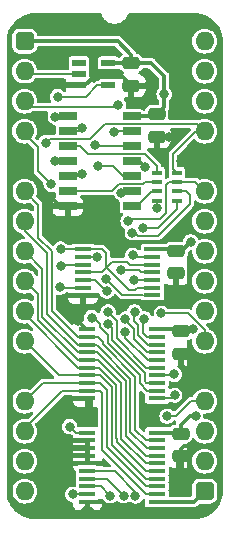
<source format=gtl>
%TF.GenerationSoftware,KiCad,Pcbnew,7.0.5*%
%TF.CreationDate,2024-02-19T15:26:46+02:00*%
%TF.ProjectId,GPIO 4bit,4750494f-2034-4626-9974-2e6b69636164,V0*%
%TF.SameCoordinates,PX6d01460PY32de760*%
%TF.FileFunction,Copper,L1,Top*%
%TF.FilePolarity,Positive*%
%FSLAX46Y46*%
G04 Gerber Fmt 4.6, Leading zero omitted, Abs format (unit mm)*
G04 Created by KiCad (PCBNEW 7.0.5) date 2024-02-19 15:26:46*
%MOMM*%
%LPD*%
G01*
G04 APERTURE LIST*
G04 Aperture macros list*
%AMRoundRect*
0 Rectangle with rounded corners*
0 $1 Rounding radius*
0 $2 $3 $4 $5 $6 $7 $8 $9 X,Y pos of 4 corners*
0 Add a 4 corners polygon primitive as box body*
4,1,4,$2,$3,$4,$5,$6,$7,$8,$9,$2,$3,0*
0 Add four circle primitives for the rounded corners*
1,1,$1+$1,$2,$3*
1,1,$1+$1,$4,$5*
1,1,$1+$1,$6,$7*
1,1,$1+$1,$8,$9*
0 Add four rect primitives between the rounded corners*
20,1,$1+$1,$2,$3,$4,$5,0*
20,1,$1+$1,$4,$5,$6,$7,0*
20,1,$1+$1,$6,$7,$8,$9,0*
20,1,$1+$1,$8,$9,$2,$3,0*%
G04 Aperture macros list end*
%TA.AperFunction,ComponentPad*%
%ADD10RoundRect,0.400000X-0.400000X-0.400000X0.400000X-0.400000X0.400000X0.400000X-0.400000X0.400000X0*%
%TD*%
%TA.AperFunction,ComponentPad*%
%ADD11O,1.600000X1.600000*%
%TD*%
%TA.AperFunction,ComponentPad*%
%ADD12R,1.600000X1.600000*%
%TD*%
%TA.AperFunction,SMDPad,CuDef*%
%ADD13R,1.475000X0.450000*%
%TD*%
%TA.AperFunction,SMDPad,CuDef*%
%ADD14R,1.550000X0.650000*%
%TD*%
%TA.AperFunction,SMDPad,CuDef*%
%ADD15R,1.250000X0.600000*%
%TD*%
%TA.AperFunction,SMDPad,CuDef*%
%ADD16RoundRect,0.250000X-0.475000X0.250000X-0.475000X-0.250000X0.475000X-0.250000X0.475000X0.250000X0*%
%TD*%
%TA.AperFunction,SMDPad,CuDef*%
%ADD17R,0.900000X0.450000*%
%TD*%
%TA.AperFunction,ViaPad*%
%ADD18C,0.800000*%
%TD*%
%TA.AperFunction,Conductor*%
%ADD19C,0.380000*%
%TD*%
%TA.AperFunction,Conductor*%
%ADD20C,0.200000*%
%TD*%
G04 APERTURE END LIST*
D10*
%TO.P,J1,1,Pin_1*%
%TO.N,/5V*%
X0Y0D03*
D11*
%TO.P,J1,2,Pin_2*%
%TO.N,/Read*%
X0Y-2540000D03*
%TO.P,J1,3,Pin_3*%
%TO.N,/Write*%
X0Y-5080000D03*
%TO.P,J1,4,Pin_4*%
%TO.N,/Enable*%
X0Y-7620000D03*
D12*
%TO.P,J1,5,Pin_5*%
%TO.N,/GND*%
X0Y-10160000D03*
D11*
%TO.P,J1,6,Pin_6*%
%TO.N,/D7*%
X0Y-12700000D03*
%TO.P,J1,7,Pin_7*%
%TO.N,/D6*%
X0Y-15240000D03*
%TO.P,J1,8,Pin_8*%
%TO.N,/D5*%
X0Y-17780000D03*
%TO.P,J1,9,Pin_9*%
%TO.N,/D4*%
X0Y-20320000D03*
%TO.P,J1,10,Pin_10*%
%TO.N,/D3*%
X0Y-22860000D03*
%TO.P,J1,11,Pin_11*%
%TO.N,/D2*%
X0Y-25400000D03*
D12*
%TO.P,J1,12,Pin_12*%
%TO.N,/GND*%
X0Y-27940000D03*
D11*
%TO.P,J1,13,Pin_13*%
%TO.N,/D1*%
X0Y-30480000D03*
%TO.P,J1,14,Pin_14*%
%TO.N,/D0*%
X0Y-33020000D03*
%TO.P,J1,15,Pin_15*%
%TO.N,unconnected-(J1-Pin_15-Pad15)*%
X0Y-35560000D03*
%TO.P,J1,16,Pin_16*%
%TO.N,unconnected-(J1-Pin_16-Pad16)*%
X0Y-38100000D03*
D10*
%TO.P,J1,17,Pin_17*%
%TO.N,/5V*%
X15240000Y-38100000D03*
D11*
%TO.P,J1,18,Pin_18*%
%TO.N,unconnected-(J1-Pin_18-Pad18)*%
X15240000Y-35560000D03*
%TO.P,J1,19,Pin_19*%
%TO.N,unconnected-(J1-Pin_19-Pad19)*%
X15240000Y-33020000D03*
%TO.P,J1,20,Pin_20*%
%TO.N,/GPIO3*%
X15240000Y-30480000D03*
D12*
%TO.P,J1,21,Pin_21*%
%TO.N,/GND*%
X15240000Y-27940000D03*
D11*
%TO.P,J1,22,Pin_22*%
%TO.N,/GPIO2*%
X15240000Y-25400000D03*
%TO.P,J1,23,Pin_23*%
%TO.N,unconnected-(J1-Pin_23-Pad23)*%
X15240000Y-22860000D03*
%TO.P,J1,24,Pin_24*%
%TO.N,unconnected-(J1-Pin_24-Pad24)*%
X15240000Y-20320000D03*
%TO.P,J1,25,Pin_25*%
%TO.N,unconnected-(J1-Pin_25-Pad25)*%
X15240000Y-17780000D03*
%TO.P,J1,26,Pin_26*%
%TO.N,unconnected-(J1-Pin_26-Pad26)*%
X15240000Y-15240000D03*
%TO.P,J1,27,Pin_27*%
%TO.N,/GPIO1*%
X15240000Y-12700000D03*
D12*
%TO.P,J1,28,Pin_28*%
%TO.N,/GND*%
X15240000Y-10160000D03*
D11*
%TO.P,J1,29,Pin_29*%
%TO.N,/GPIO0*%
X15240000Y-7620000D03*
%TO.P,J1,30,Pin_30*%
%TO.N,unconnected-(J1-Pin_30-Pad30)*%
X15240000Y-5080000D03*
%TO.P,J1,31,Pin_31*%
%TO.N,unconnected-(J1-Pin_31-Pad31)*%
X15240000Y-2540000D03*
%TO.P,J1,32,Pin_32*%
%TO.N,unconnected-(J1-Pin_32-Pad32)*%
X15240000Y0D03*
%TD*%
D13*
%TO.P,IC6,1,1A*%
%TO.N,/Enable*%
X4936000Y-17608000D03*
%TO.P,IC6,2,1B*%
%TO.N,/OE0*%
X4936000Y-18258000D03*
%TO.P,IC6,3,1Y*%
%TO.N,Net-(IC4-1~{OE})*%
X4936000Y-18908000D03*
%TO.P,IC6,4,2A*%
%TO.N,/Enable*%
X4936000Y-19558000D03*
%TO.P,IC6,5,2B*%
%TO.N,/OE1*%
X4936000Y-20208000D03*
%TO.P,IC6,6,2Y*%
%TO.N,Net-(IC4-2~{OE})*%
X4936000Y-20858000D03*
%TO.P,IC6,7,GND*%
%TO.N,/GND*%
X4936000Y-21508000D03*
%TO.P,IC6,8,3Y*%
%TO.N,Net-(IC4-3~{OE})*%
X10812000Y-21508000D03*
%TO.P,IC6,9,3A*%
%TO.N,/Enable*%
X10812000Y-20858000D03*
%TO.P,IC6,10,3B*%
%TO.N,/OE2*%
X10812000Y-20208000D03*
%TO.P,IC6,11,4Y*%
%TO.N,Net-(IC4-4~{OE})*%
X10812000Y-19558000D03*
%TO.P,IC6,12,4A*%
%TO.N,/Enable*%
X10812000Y-18908000D03*
%TO.P,IC6,13,4B*%
%TO.N,/OE3*%
X10812000Y-18258000D03*
%TO.P,IC6,14,5V*%
%TO.N,/5V*%
X10812000Y-17608000D03*
%TD*%
D14*
%TO.P,IC4,1,1~{OE}*%
%TO.N,Net-(IC4-1~{OE})*%
X3639000Y-6350000D03*
%TO.P,IC4,2,1A*%
%TO.N,/GD0*%
X3639000Y-7620000D03*
%TO.P,IC4,3,1Y*%
%TO.N,Net-(IC4-1Y)*%
X3639000Y-8890000D03*
%TO.P,IC4,4,2~{OE}*%
%TO.N,Net-(IC4-2~{OE})*%
X3639000Y-10160000D03*
%TO.P,IC4,5,2A*%
%TO.N,/GD1*%
X3639000Y-11430000D03*
%TO.P,IC4,6,2Y*%
%TO.N,Net-(IC4-2Y)*%
X3639000Y-12700000D03*
%TO.P,IC4,7,GND*%
%TO.N,/GND*%
X3639000Y-13970000D03*
%TO.P,IC4,8,3Y*%
%TO.N,Net-(IC4-3Y)*%
X9061000Y-13970000D03*
%TO.P,IC4,9,3A*%
%TO.N,/GD2*%
X9061000Y-12700000D03*
%TO.P,IC4,10,3~{OE}*%
%TO.N,Net-(IC4-3~{OE})*%
X9061000Y-11430000D03*
%TO.P,IC4,11,4Y*%
%TO.N,Net-(IC4-4Y)*%
X9061000Y-10160000D03*
%TO.P,IC4,12,4A*%
%TO.N,/GD3*%
X9061000Y-8890000D03*
%TO.P,IC4,13,4~{OE}*%
%TO.N,Net-(IC4-4~{OE})*%
X9061000Y-7620000D03*
%TO.P,IC4,14,VCC*%
%TO.N,/5V*%
X9061000Y-6350000D03*
%TD*%
D15*
%TO.P,IC3,1,N.C.*%
%TO.N,unconnected-(IC3-N.C.-Pad1)*%
X4592000Y-1844000D03*
%TO.P,IC3,2,A*%
%TO.N,/Read*%
X4592000Y-2794000D03*
%TO.P,IC3,3,GND*%
%TO.N,/GND*%
X4592000Y-3744000D03*
%TO.P,IC3,4,Y*%
%TO.N,/~{Read}*%
X7092000Y-3744000D03*
%TO.P,IC3,5,3V*%
%TO.N,/5V*%
X7092000Y-1844000D03*
%TD*%
D13*
%TO.P,IC2,1,~{OE}*%
%TO.N,/~{Read}*%
X5317000Y-33143000D03*
%TO.P,IC2,2,D0*%
%TO.N,/GND*%
X5317000Y-33793000D03*
%TO.P,IC2,3,D1*%
X5317000Y-34443000D03*
%TO.P,IC2,4,D2*%
X5317000Y-35093000D03*
%TO.P,IC2,5,D3*%
X5317000Y-35743000D03*
%TO.P,IC2,6,D4*%
%TO.N,/GPIO3*%
X5317000Y-36393000D03*
%TO.P,IC2,7,D5*%
%TO.N,/GPIO2*%
X5317000Y-37043000D03*
%TO.P,IC2,8,D6*%
%TO.N,/GPIO1*%
X5317000Y-37693000D03*
%TO.P,IC2,9,D7*%
%TO.N,/GPIO0*%
X5317000Y-38343000D03*
%TO.P,IC2,10,GND*%
%TO.N,/GND*%
X5317000Y-38993000D03*
%TO.P,IC2,11,LE*%
%TO.N,/5V*%
X11193000Y-38993000D03*
%TO.P,IC2,12,Q7*%
%TO.N,/D0*%
X11193000Y-38343000D03*
%TO.P,IC2,13,Q6*%
%TO.N,/D1*%
X11193000Y-37693000D03*
%TO.P,IC2,14,Q5*%
%TO.N,/D2*%
X11193000Y-37043000D03*
%TO.P,IC2,15,Q4*%
%TO.N,/D3*%
X11193000Y-36393000D03*
%TO.P,IC2,16,Q3*%
%TO.N,/D4*%
X11193000Y-35743000D03*
%TO.P,IC2,17,Q2*%
%TO.N,/D5*%
X11193000Y-35093000D03*
%TO.P,IC2,18,Q1*%
%TO.N,/D6*%
X11193000Y-34443000D03*
%TO.P,IC2,19,Q0*%
%TO.N,/D7*%
X11193000Y-33793000D03*
%TO.P,IC2,20,5V*%
%TO.N,/5V*%
X11193000Y-33143000D03*
%TD*%
%TO.P,IC1,1,~{OE}*%
%TO.N,/GND*%
X5317000Y-24380000D03*
%TO.P,IC1,2,D0*%
%TO.N,/D7*%
X5317000Y-25030000D03*
%TO.P,IC1,3,D1*%
%TO.N,/D6*%
X5317000Y-25680000D03*
%TO.P,IC1,4,D2*%
%TO.N,/D5*%
X5317000Y-26330000D03*
%TO.P,IC1,5,D3*%
%TO.N,/D4*%
X5317000Y-26980000D03*
%TO.P,IC1,6,D4*%
%TO.N,/D3*%
X5317000Y-27630000D03*
%TO.P,IC1,7,D5*%
%TO.N,/D2*%
X5317000Y-28280000D03*
%TO.P,IC1,8,D6*%
%TO.N,/D1*%
X5317000Y-28930000D03*
%TO.P,IC1,9,D7*%
%TO.N,/D0*%
X5317000Y-29580000D03*
%TO.P,IC1,10,GND*%
%TO.N,/GND*%
X5317000Y-30230000D03*
%TO.P,IC1,11,LE*%
%TO.N,/Write*%
X11193000Y-30230000D03*
%TO.P,IC1,12,Q7*%
%TO.N,/GD0*%
X11193000Y-29580000D03*
%TO.P,IC1,13,Q6*%
%TO.N,/GD1*%
X11193000Y-28930000D03*
%TO.P,IC1,14,Q5*%
%TO.N,/GD2*%
X11193000Y-28280000D03*
%TO.P,IC1,15,Q4*%
%TO.N,/GD3*%
X11193000Y-27630000D03*
%TO.P,IC1,16,Q3*%
%TO.N,/OE0*%
X11193000Y-26980000D03*
%TO.P,IC1,17,Q2*%
%TO.N,/OE1*%
X11193000Y-26330000D03*
%TO.P,IC1,18,Q1*%
%TO.N,/OE2*%
X11193000Y-25680000D03*
%TO.P,IC1,19,Q0*%
%TO.N,/OE3*%
X11193000Y-25030000D03*
%TO.P,IC1,20,5V*%
%TO.N,/5V*%
X11193000Y-24380000D03*
%TD*%
D16*
%TO.P,C6,1*%
%TO.N,/5V*%
X13208000Y-24567000D03*
%TO.P,C6,2*%
%TO.N,/GND*%
X13208000Y-26467000D03*
%TD*%
%TO.P,C1,1*%
%TO.N,/5V*%
X11176000Y-6178000D03*
%TO.P,C1,2*%
%TO.N,/GND*%
X11176000Y-8078000D03*
%TD*%
D17*
%TO.P,RN1,1,R1*%
%TO.N,Net-(IC4-1Y)*%
X11186000Y-11119000D03*
%TO.P,RN1,2,R2*%
%TO.N,Net-(IC4-2Y)*%
X11186000Y-11919000D03*
%TO.P,RN1,3,R3*%
%TO.N,Net-(IC4-3Y)*%
X11186000Y-12719000D03*
%TO.P,RN1,4,R4*%
%TO.N,Net-(IC4-4Y)*%
X11186000Y-13519000D03*
%TO.P,RN1,5,R4*%
%TO.N,/GPIO3*%
X12886000Y-13519000D03*
%TO.P,RN1,6,R3*%
%TO.N,/GPIO2*%
X12886000Y-12719000D03*
%TO.P,RN1,7,R2*%
%TO.N,/GPIO1*%
X12886000Y-11919000D03*
%TO.P,RN1,8,R1*%
%TO.N,/GPIO0*%
X12886000Y-11119000D03*
%TD*%
D16*
%TO.P,C2,1*%
%TO.N,/5V*%
X9017000Y-1860000D03*
%TO.P,C2,2*%
%TO.N,/GND*%
X9017000Y-3760000D03*
%TD*%
%TO.P,C7,1*%
%TO.N,/5V*%
X12827000Y-17735000D03*
%TO.P,C7,2*%
%TO.N,/GND*%
X12827000Y-19635000D03*
%TD*%
%TO.P,C9,1*%
%TO.N,/5V*%
X13208000Y-33229000D03*
%TO.P,C9,2*%
%TO.N,/GND*%
X13208000Y-35129000D03*
%TD*%
D18*
%TO.N,/GND*%
X2205012Y-16002000D03*
X4476750Y-23653751D03*
%TO.N,/5V*%
X14054000Y-16986242D03*
X14221200Y-24386800D03*
X14478004Y-31750000D03*
X11811000Y-4473000D03*
%TO.N,/GND*%
X12954000Y-37211000D03*
X3175000Y-31242000D03*
X14224000Y-34290000D03*
X10095000Y-30988000D03*
X13038998Y-3682994D03*
X10541000Y-3683000D03*
X12192000Y-8078000D03*
X5588000Y-32004000D03*
X12954000Y-39878000D03*
X13081000Y-16002000D03*
X13259978Y-10160000D03*
%TO.N,/Write*%
X12700000Y-29972000D03*
X7937500Y-5397500D03*
%TO.N,/OE3*%
X9148593Y-18139373D03*
X10116101Y-23501028D03*
%TO.N,/OE2*%
X9271000Y-20208000D03*
X9307257Y-22913000D03*
%TO.N,/Enable*%
X2235525Y-12115475D03*
X3034000Y-17585388D03*
%TO.N,/OE1*%
X6947758Y-21145708D03*
X8522126Y-23532334D03*
%TO.N,/OE0*%
X6157998Y-18308000D03*
X8533000Y-24640586D03*
%TO.N,/GD3*%
X5931767Y-8815000D03*
X7063865Y-22938293D03*
%TO.N,/GD2*%
X12654000Y-28201973D03*
X8194088Y-12856862D03*
%TO.N,/GD1*%
X4831001Y-11206266D03*
X7080448Y-23944827D03*
%TO.N,/GD0*%
X5688170Y-23411102D03*
X4826000Y-7366000D03*
%TO.N,/~{Read}*%
X3810000Y-32639000D03*
X2794000Y-4699000D03*
%TO.N,/GPIO0*%
X1799992Y-8586455D03*
X4064000Y-38354000D03*
%TO.N,/GPIO1*%
X7239000Y-38481000D03*
X8763000Y-15240000D03*
%TO.N,/GPIO2*%
X11569899Y-23036549D03*
X9113369Y-16203000D03*
X8382000Y-38481000D03*
%TO.N,/GPIO3*%
X9381384Y-38516166D03*
X10021857Y-15785083D03*
X12065000Y-31750000D03*
%TO.N,Net-(IC4-1~{OE})*%
X3048000Y-19050000D03*
X2592088Y-6420025D03*
%TO.N,Net-(IC4-2~{OE})*%
X2605006Y-10160000D03*
X3000004Y-20828000D03*
%TO.N,Net-(IC4-3~{OE})*%
X6888745Y-20122256D03*
X6231002Y-10526926D03*
%TO.N,Net-(IC4-4~{OE})*%
X8128000Y-19369000D03*
X7559227Y-7692998D03*
%TO.N,Net-(IC4-4Y)*%
X11176000Y-14097000D03*
X10193050Y-10623423D03*
%TD*%
D19*
%TO.N,/GND*%
X12827000Y-21209000D02*
X12827000Y-19635000D01*
X11913000Y-22123000D02*
X12827000Y-21209000D01*
X6756000Y-22123000D02*
X11913000Y-22123000D01*
X6141000Y-21508000D02*
X6756000Y-22123000D01*
X5448500Y-21508000D02*
X6141000Y-21508000D01*
X2325000Y-16002000D02*
X2205012Y-16002000D01*
X3639000Y-14688000D02*
X2325000Y-16002000D01*
X12929903Y-16002000D02*
X13081000Y-16002000D01*
X11938903Y-16993000D02*
X12929903Y-16002000D01*
X5944000Y-16993000D02*
X11938903Y-16993000D01*
X3639000Y-13970000D02*
X3639000Y-14688000D01*
X3639000Y-14688000D02*
X5944000Y-16993000D01*
D20*
%TO.N,/GPIO1*%
X8917917Y-15085083D02*
X8763000Y-15240000D01*
X11431867Y-15085083D02*
X8917917Y-15085083D01*
X12003000Y-14513950D02*
X11431867Y-15085083D01*
X12003000Y-12152000D02*
X12003000Y-14513950D01*
X12236000Y-11919000D02*
X12003000Y-12152000D01*
%TO.N,/GPIO3*%
X12886000Y-14196635D02*
X11297552Y-15785083D01*
X12886000Y-13519000D02*
X12886000Y-14196635D01*
%TO.N,/GPIO2*%
X9255979Y-16203000D02*
X9113369Y-16203000D01*
X11272134Y-16503000D02*
X9555979Y-16503000D01*
X13970000Y-13805134D02*
X11272134Y-16503000D01*
X13970000Y-13026000D02*
X13970000Y-13805134D01*
X12886000Y-12719000D02*
X13663000Y-12719000D01*
X9555979Y-16503000D02*
X9255979Y-16203000D01*
X13663000Y-12719000D02*
X13970000Y-13026000D01*
%TO.N,/GPIO3*%
X11297552Y-15785083D02*
X10021857Y-15785083D01*
%TO.N,/GPIO1*%
X12886000Y-11919000D02*
X12236000Y-11919000D01*
%TO.N,/D6*%
X0Y-16059686D02*
X0Y-15240000D01*
X1900000Y-17959686D02*
X0Y-16059686D01*
X1900000Y-23090500D02*
X1900000Y-17959686D01*
X4489500Y-25680000D02*
X1900000Y-23090500D01*
X6233000Y-25848685D02*
X6233000Y-25846963D01*
X8955498Y-28571184D02*
X6233000Y-25848685D01*
X10339815Y-34443000D02*
X8955498Y-33058683D01*
X11193000Y-34443000D02*
X10339815Y-34443000D01*
X6233000Y-25846963D02*
X6066037Y-25680000D01*
X6066037Y-25680000D02*
X4489500Y-25680000D01*
X8955498Y-33058683D02*
X8955498Y-28571184D01*
%TO.N,/D7*%
X6182191Y-25030000D02*
X4514500Y-25030000D01*
X9355500Y-32893000D02*
X9355500Y-28402056D01*
X1143000Y-16637000D02*
X1143000Y-13843000D01*
X11193000Y-33793000D02*
X10255500Y-33793000D01*
X10255500Y-33793000D02*
X9355500Y-32893000D01*
X9355500Y-28402056D02*
X6633000Y-25679556D01*
X6633000Y-25679556D02*
X6633000Y-25480809D01*
X6633000Y-25480809D02*
X6182191Y-25030000D01*
X4514500Y-25030000D02*
X2300000Y-22815500D01*
X2300000Y-22815500D02*
X2300000Y-17794000D01*
X2300000Y-17794000D02*
X1143000Y-16637000D01*
X1143000Y-13843000D02*
X0Y-12700000D01*
D19*
%TO.N,/GND*%
X4476750Y-22828250D02*
X4476750Y-23653751D01*
X4953000Y-22352000D02*
X4476750Y-22828250D01*
X4953000Y-21525000D02*
X4953000Y-22352000D01*
D20*
%TO.N,/GD0*%
X5868376Y-23411102D02*
X5688170Y-23411102D01*
X6380448Y-23923174D02*
X5868376Y-23411102D01*
X7033000Y-24887329D02*
X6380448Y-24234777D01*
X9755500Y-28236371D02*
X7033000Y-25513871D01*
X9755500Y-28970685D02*
X9755500Y-28236371D01*
X10364815Y-29580000D02*
X9755500Y-28970685D01*
X11303000Y-29580000D02*
X10364815Y-29580000D01*
X7033000Y-25513871D02*
X7033000Y-24887329D01*
D19*
%TO.N,/GND*%
X5202999Y-24380000D02*
X4476750Y-23653751D01*
D20*
%TO.N,/GD0*%
X6380448Y-24234777D02*
X6380448Y-23923174D01*
D19*
%TO.N,/5V*%
X11811000Y-2979244D02*
X11811000Y-4473000D01*
X10691756Y-1860000D02*
X11811000Y-2979244D01*
X9017000Y-1860000D02*
X10691756Y-1860000D01*
X11811000Y-5543000D02*
X11811000Y-4473000D01*
X11176000Y-6178000D02*
X11811000Y-5543000D01*
X14041000Y-24567000D02*
X14221200Y-24386800D01*
X10812000Y-17608000D02*
X13432242Y-17608000D01*
X13432242Y-17608000D02*
X14054000Y-16986242D01*
X9017000Y-1143000D02*
X9017000Y-1860000D01*
X15240000Y-38100000D02*
X14347000Y-38993000D01*
X9017000Y-1860000D02*
X7108000Y-1860000D01*
X0Y0D02*
X7874000Y0D01*
X7874000Y0D02*
X9017000Y-1143000D01*
X13208000Y-33229000D02*
X13208000Y-32512000D01*
X13970000Y-31750000D02*
X14478004Y-31750000D01*
X11004000Y-6350000D02*
X9188000Y-6350000D01*
X13208000Y-24567000D02*
X14041000Y-24567000D01*
X13021000Y-24380000D02*
X11303000Y-24380000D01*
X14347000Y-38993000D02*
X11193000Y-38993000D01*
X13122000Y-33143000D02*
X11193000Y-33143000D01*
X13208000Y-32512000D02*
X13970000Y-31750000D01*
X13305242Y-17735000D02*
X14054000Y-16986242D01*
%TO.N,/GND*%
X4826000Y-31242000D02*
X3175000Y-31242000D01*
X12877708Y-30960000D02*
X10123000Y-30960000D01*
X5588000Y-32004000D02*
X4826000Y-31242000D01*
X13843000Y-27940000D02*
X13208000Y-27305000D01*
X15240000Y-27940000D02*
X16430000Y-29130000D01*
X5588000Y-32004000D02*
X5588000Y-30391000D01*
X15240000Y-27940000D02*
X15240000Y-28597708D01*
X5317000Y-35743000D02*
X5317000Y-35093000D01*
X16002000Y-16590000D02*
X14774987Y-16590000D01*
X13462000Y-34290000D02*
X13208000Y-34544000D01*
X15812915Y-34290000D02*
X14224000Y-34290000D01*
X16430000Y-26750000D02*
X16430000Y-17018000D01*
X95085Y-39878000D02*
X4826000Y-39878000D01*
X4826000Y-39878000D02*
X4826000Y-39844000D01*
X16430000Y-29130000D02*
X16430000Y-33672915D01*
X3639000Y-13970000D02*
X2972821Y-13970000D01*
X16430000Y-33672915D02*
X15812915Y-34290000D01*
X-1255332Y-8904668D02*
X0Y-10160000D01*
X-1190000Y-11350000D02*
X-1190000Y-26750000D01*
X13208000Y-34544000D02*
X13208000Y-35129000D01*
X5146000Y-3744000D02*
X4592000Y-3744000D01*
X16495332Y-11415332D02*
X15240000Y-10160000D01*
X5317000Y-34443000D02*
X5317000Y-35093000D01*
X16002000Y-16590000D02*
X16430000Y-17018000D01*
X15240000Y-28597708D02*
X12877708Y-30960000D01*
X0Y-27940000D02*
X-1190000Y-29130000D01*
X-346915Y-3744000D02*
X-1255332Y-4652417D01*
X10541000Y-3683000D02*
X9094000Y-3683000D01*
X15240000Y-27940000D02*
X16430000Y-26750000D01*
X4826000Y-39844000D02*
X5317000Y-39353000D01*
X0Y-10160000D02*
X-1190000Y-11350000D01*
X9017000Y-3760000D02*
X8311000Y-3054000D01*
X0Y-10997179D02*
X0Y-10160000D01*
X13208000Y-27305000D02*
X13208000Y-26467000D01*
X14681000Y-27940000D02*
X13843000Y-27940000D01*
X-1190000Y-29130000D02*
X-1190000Y-38592915D01*
X5317000Y-38993000D02*
X5317000Y-39353000D01*
X16495332Y-16096668D02*
X16495332Y-11415332D01*
X5842000Y-39878000D02*
X12954000Y-39878000D01*
X4592000Y-3744000D02*
X-346915Y-3744000D01*
X5317000Y-34443000D02*
X5317000Y-33793000D01*
X-1190000Y-38592915D02*
X95085Y-39878000D01*
X14774987Y-16590000D02*
X14186987Y-16002000D01*
X11176000Y-8078000D02*
X12192000Y-8078000D01*
X12954000Y-35383000D02*
X12954000Y-37211000D01*
X5461000Y-39497000D02*
X5842000Y-39878000D01*
X16002000Y-16590000D02*
X16495332Y-16096668D01*
X2972821Y-13970000D02*
X0Y-10997179D01*
X14224000Y-34290000D02*
X13462000Y-34290000D01*
X10123000Y-30960000D02*
X10095000Y-30988000D01*
X15240000Y-10160000D02*
X13259978Y-10160000D01*
X-1255332Y-4652417D02*
X-1255332Y-8904668D01*
X8311000Y-3054000D02*
X5836000Y-3054000D01*
X-1190000Y-26750000D02*
X0Y-27940000D01*
X5588000Y-30391000D02*
X5427000Y-30230000D01*
X14186987Y-16002000D02*
X13081000Y-16002000D01*
X5836000Y-3054000D02*
X5146000Y-3744000D01*
X5317000Y-39353000D02*
X5461000Y-39497000D01*
D20*
%TO.N,/Write*%
X508000Y-5588000D02*
X7747000Y-5588000D01*
X11303000Y-30230000D02*
X12442000Y-30230000D01*
X7747000Y-5588000D02*
X7937500Y-5397500D01*
X12442000Y-30230000D02*
X12700000Y-29972000D01*
X0Y-5080000D02*
X508000Y-5588000D01*
%TO.N,/OE3*%
X9267220Y-18258000D02*
X9148593Y-18139373D01*
X11303000Y-25030000D02*
X10365500Y-25030000D01*
X10033000Y-23584129D02*
X10116101Y-23501028D01*
X10812000Y-18258000D02*
X9267220Y-18258000D01*
X10033000Y-24697500D02*
X10033000Y-23584129D01*
X10365500Y-25030000D02*
X10033000Y-24697500D01*
%TO.N,/OE2*%
X9279940Y-23699527D02*
X9279940Y-22940317D01*
X11303000Y-25680000D02*
X10449815Y-25680000D01*
X9633000Y-24863185D02*
X9633000Y-24052587D01*
X10449815Y-25680000D02*
X9633000Y-24863185D01*
X10812000Y-20208000D02*
X9271000Y-20208000D01*
X9633000Y-24052587D02*
X9279940Y-23699527D01*
X9279940Y-22940317D02*
X9307257Y-22913000D01*
%TO.N,/Enable*%
X9493338Y-20895612D02*
X9325949Y-21063000D01*
X8936893Y-18915010D02*
X8690883Y-18669000D01*
X6553050Y-19508000D02*
X4986000Y-19508000D01*
X10580990Y-18915010D02*
X8936893Y-18915010D01*
X8690883Y-18669000D02*
X7392050Y-18669000D01*
X7392050Y-18669000D02*
X6553050Y-19508000D01*
X10774388Y-20895612D02*
X9493338Y-20895612D01*
X9325949Y-21063000D02*
X8832050Y-21063000D01*
X6858000Y-17907000D02*
X6559000Y-17608000D01*
X1133815Y-8995469D02*
X1133815Y-11013765D01*
X0Y-7861654D02*
X1133815Y-8995469D01*
X1133815Y-11013765D02*
X2235525Y-12115475D01*
X6559000Y-17608000D02*
X4936000Y-17608000D01*
X3056612Y-17608000D02*
X3034000Y-17585388D01*
X6858000Y-19088950D02*
X6858000Y-17907000D01*
X4936000Y-17608000D02*
X3056612Y-17608000D01*
X8832050Y-21063000D02*
X6858000Y-19088950D01*
%TO.N,/OE1*%
X9233000Y-24329146D02*
X8522126Y-23618272D01*
X10365500Y-26330000D02*
X9233000Y-25197500D01*
X6922246Y-21145708D02*
X6947758Y-21145708D01*
X5984538Y-20208000D02*
X6922246Y-21145708D01*
X8522126Y-23618272D02*
X8522126Y-23532334D01*
X9233000Y-25197500D02*
X9233000Y-24329146D01*
X4936000Y-20208000D02*
X5984538Y-20208000D01*
X11303000Y-26330000D02*
X10365500Y-26330000D01*
%TO.N,/D0*%
X10255500Y-38343000D02*
X11193000Y-38343000D01*
X6555490Y-29770990D02*
X6555490Y-34642990D01*
X6555490Y-34642990D02*
X10255500Y-38343000D01*
X3186000Y-29580000D02*
X6364500Y-29580000D01*
X6364500Y-29580000D02*
X6555490Y-29770990D01*
X0Y-32766000D02*
X3186000Y-29580000D01*
%TO.N,/D1*%
X6955502Y-34393002D02*
X6955502Y-30130482D01*
X6955489Y-30130469D02*
X6955490Y-29520990D01*
X6364500Y-28930000D02*
X1550000Y-28930000D01*
X10255500Y-37693000D02*
X6955502Y-34393002D01*
X1550000Y-28930000D02*
X0Y-30480000D01*
X6955502Y-30130482D02*
X6955489Y-30130469D01*
X11193000Y-37693000D02*
X10255500Y-37693000D01*
X6955490Y-29520990D02*
X6364500Y-28930000D01*
%TO.N,/D2*%
X10255500Y-37043000D02*
X11193000Y-37043000D01*
X7355486Y-33721394D02*
X7394997Y-33760907D01*
X7394997Y-34182497D02*
X10255500Y-37043000D01*
X7394997Y-33760907D02*
X7394997Y-34182497D01*
X0Y-25400000D02*
X2880000Y-28280000D01*
X2880000Y-28280000D02*
X6364500Y-28280000D01*
X7355486Y-29270986D02*
X7355486Y-33721394D01*
X6364500Y-28280000D02*
X7355486Y-29270986D01*
%TO.N,/D3*%
X7755499Y-29068243D02*
X6317257Y-27630000D01*
X7795000Y-33595235D02*
X7755499Y-33555734D01*
X7755499Y-33555734D02*
X7755499Y-29068243D01*
X6317257Y-27630000D02*
X4514500Y-27630000D01*
X11193000Y-36393000D02*
X10255500Y-36393000D01*
X10255500Y-36393000D02*
X7795000Y-33932500D01*
X7795000Y-33932500D02*
X7795000Y-33595235D01*
X4514500Y-27630000D02*
X0Y-23115500D01*
%TO.N,/D4*%
X10255500Y-35743000D02*
X8195000Y-33682500D01*
X8195000Y-33429555D02*
X8155498Y-33390053D01*
X11193000Y-35743000D02*
X10255500Y-35743000D01*
X1100000Y-23565500D02*
X1100000Y-21420000D01*
X8195000Y-33682500D02*
X8195000Y-33429555D01*
X6232943Y-26980000D02*
X4514500Y-26980000D01*
X4514500Y-26980000D02*
X1100000Y-23565500D01*
X1100000Y-21420000D02*
X0Y-20320000D01*
X8155498Y-28902556D02*
X6232943Y-26980000D01*
X8155498Y-33390053D02*
X8155498Y-28902556D01*
%TO.N,/D5*%
X8595000Y-33432500D02*
X8595000Y-33263871D01*
X6148629Y-26330000D02*
X4514500Y-26330000D01*
X8555498Y-28736870D02*
X6148629Y-26330000D01*
X11193000Y-35093000D02*
X10255500Y-35093000D01*
X4514500Y-26330000D02*
X1500000Y-23315500D01*
X10255500Y-35093000D02*
X8595000Y-33432500D01*
X8595000Y-33263871D02*
X8555498Y-33224368D01*
X1500000Y-23315500D02*
X1500000Y-19280000D01*
X1500000Y-19280000D02*
X0Y-17780000D01*
X8555498Y-33224368D02*
X8555498Y-28736870D01*
%TO.N,/OE0*%
X11303000Y-26980000D02*
X10412000Y-26980000D01*
X4936000Y-18258000D02*
X6107998Y-18258000D01*
X8533000Y-25101000D02*
X8533000Y-24640586D01*
X10412000Y-26980000D02*
X8533000Y-25101000D01*
X6107998Y-18258000D02*
X6157998Y-18308000D01*
%TO.N,/GD3*%
X10291624Y-27630000D02*
X7833000Y-25171376D01*
X11303000Y-27630000D02*
X10291624Y-27630000D01*
X7833000Y-25171376D02*
X7833000Y-23707428D01*
X9188000Y-8890000D02*
X6006767Y-8890000D01*
X7833000Y-23707428D02*
X7063865Y-22938293D01*
X6006767Y-8890000D02*
X5931767Y-8815000D01*
%TO.N,/GD2*%
X12575973Y-28280000D02*
X12654000Y-28201973D01*
X8350950Y-12700000D02*
X8194088Y-12856862D01*
X11303000Y-28280000D02*
X12575973Y-28280000D01*
%TO.N,/GD1*%
X7433000Y-25337061D02*
X7433000Y-24297379D01*
X9755500Y-27670685D02*
X9755500Y-27659562D01*
X11303000Y-28930000D02*
X10280500Y-28930000D01*
X3766000Y-11430000D02*
X4607267Y-11430000D01*
X7433000Y-24297379D02*
X7080448Y-23944827D01*
X10155500Y-28070685D02*
X9755500Y-27670685D01*
X10155500Y-28805000D02*
X10155500Y-28070685D01*
X10280500Y-28930000D02*
X10155500Y-28805000D01*
X9755500Y-27659562D02*
X7433000Y-25337061D01*
X4607267Y-11430000D02*
X4831001Y-11206266D01*
%TO.N,/GD0*%
X3766000Y-7620000D02*
X4572000Y-7620000D01*
X4572000Y-7620000D02*
X4826000Y-7366000D01*
%TO.N,/~{Read}*%
X4314000Y-33143000D02*
X3810000Y-32639000D01*
X6767000Y-3744000D02*
X6162000Y-3744000D01*
X5317000Y-33143000D02*
X4314000Y-33143000D01*
X6162000Y-3744000D02*
X5207000Y-4699000D01*
X5207000Y-4699000D02*
X2794000Y-4699000D01*
%TO.N,/GPIO0*%
X12558475Y-9539525D02*
X14478000Y-7620000D01*
X14478000Y-7620000D02*
X15240000Y-7620000D01*
X5491817Y-8265000D02*
X2121447Y-8265000D01*
X4075000Y-38343000D02*
X4064000Y-38354000D01*
X5317000Y-38343000D02*
X4075000Y-38343000D01*
X12558475Y-10791475D02*
X12558475Y-9539525D01*
X15240000Y-7620000D02*
X14613000Y-6993000D01*
X14613000Y-6993000D02*
X6763817Y-6993000D01*
X12886000Y-11119000D02*
X12558475Y-10791475D01*
X6763817Y-6993000D02*
X5491817Y-8265000D01*
X2121447Y-8265000D02*
X1799992Y-8586455D01*
%TO.N,/GPIO1*%
X14459000Y-11919000D02*
X15240000Y-12700000D01*
X6451000Y-37693000D02*
X7239000Y-38481000D01*
X5317000Y-37693000D02*
X6451000Y-37693000D01*
X12886000Y-11919000D02*
X14459000Y-11919000D01*
%TO.N,/GPIO2*%
X6944000Y-37043000D02*
X8382000Y-38481000D01*
X15240000Y-24415635D02*
X13860914Y-23036549D01*
X13860914Y-23036549D02*
X11569899Y-23036549D01*
X15240000Y-25400000D02*
X15240000Y-24415635D01*
X5317000Y-37043000D02*
X6944000Y-37043000D01*
%TO.N,/GPIO3*%
X9381384Y-38138277D02*
X9381384Y-38516166D01*
X5317000Y-36393000D02*
X7636107Y-36393000D01*
X14050672Y-30480000D02*
X12780672Y-31750000D01*
X12780672Y-31750000D02*
X12065000Y-31750000D01*
X15240000Y-30480000D02*
X14050672Y-30480000D01*
X7636107Y-36393000D02*
X9381384Y-38138277D01*
%TO.N,/Read*%
X4592000Y-2794000D02*
X254000Y-2794000D01*
%TO.N,Net-(IC4-1~{OE})*%
X2662113Y-6350000D02*
X2592088Y-6420025D01*
X3766000Y-6350000D02*
X2662113Y-6350000D01*
X3190000Y-18908000D02*
X3048000Y-19050000D01*
X4936000Y-18908000D02*
X3190000Y-18908000D01*
%TO.N,Net-(IC4-2~{OE})*%
X4936000Y-20858000D02*
X3030004Y-20858000D01*
X3030004Y-20858000D02*
X3000004Y-20828000D01*
X3766000Y-10160000D02*
X2605006Y-10160000D01*
%TO.N,Net-(IC4-3~{OE})*%
X7452878Y-10526926D02*
X6231002Y-10526926D01*
X6914256Y-20122256D02*
X6888745Y-20122256D01*
X8355952Y-11430000D02*
X7452878Y-10526926D01*
X9188000Y-11430000D02*
X8355952Y-11430000D01*
X8255000Y-21463000D02*
X6914256Y-20122256D01*
X10033000Y-21463000D02*
X8255000Y-21463000D01*
%TO.N,Net-(IC4-4~{OE})*%
X9874500Y-19558000D02*
X9685500Y-19369000D01*
X9685500Y-19369000D02*
X8128000Y-19369000D01*
X7632225Y-7620000D02*
X7559227Y-7692998D01*
X10812000Y-19558000D02*
X9874500Y-19558000D01*
X9188000Y-7620000D02*
X7632225Y-7620000D01*
%TO.N,Net-(IC4-1Y)*%
X3639000Y-8890000D02*
X4699000Y-8890000D01*
X4699000Y-8890000D02*
X5324000Y-9515000D01*
X10150000Y-9515000D02*
X11186000Y-10551000D01*
X5324000Y-9515000D02*
X10150000Y-9515000D01*
X11186000Y-10551000D02*
X11186000Y-11119000D01*
%TO.N,Net-(IC4-2Y)*%
X7996000Y-12065000D02*
X10055000Y-12065000D01*
X3639000Y-12700000D02*
X7361000Y-12700000D01*
X10201000Y-11919000D02*
X11186000Y-11919000D01*
X7361000Y-12700000D02*
X7996000Y-12065000D01*
X10055000Y-12065000D02*
X10201000Y-11919000D01*
%TO.N,Net-(IC4-3Y)*%
X9511000Y-13970000D02*
X10762000Y-12719000D01*
X10762000Y-12719000D02*
X11186000Y-12719000D01*
%TO.N,Net-(IC4-4Y)*%
X11186000Y-14087000D02*
X11176000Y-14097000D01*
X11186000Y-13519000D02*
X11186000Y-14087000D01*
X9729627Y-10160000D02*
X10193050Y-10623423D01*
%TD*%
%TA.AperFunction,Conductor*%
%TO.N,/GND*%
G36*
X14349134Y2363257D02*
G01*
X14349400Y2363233D01*
X14360100Y2363233D01*
X14402395Y2363233D01*
X14406138Y2363120D01*
X14424192Y2362029D01*
X14685390Y2346233D01*
X14692824Y2345329D01*
X14966153Y2295243D01*
X14973415Y2293452D01*
X15238710Y2210785D01*
X15245716Y2208128D01*
X15499109Y2094089D01*
X15505740Y2090609D01*
X15743553Y1946848D01*
X15749700Y1942605D01*
X15968452Y1771227D01*
X15974049Y1766267D01*
X16170543Y1569776D01*
X16175513Y1564167D01*
X16346879Y1345436D01*
X16351136Y1339269D01*
X16494893Y1101468D01*
X16498375Y1094833D01*
X16612419Y841443D01*
X16615072Y834449D01*
X16692351Y586453D01*
X16697742Y569153D01*
X16699535Y561877D01*
X16749624Y288552D01*
X16750527Y281113D01*
X16767386Y2432D01*
X16767499Y-1313D01*
X16767499Y-38098138D01*
X16767386Y-38101883D01*
X16750494Y-38381108D01*
X16749591Y-38388547D01*
X16699504Y-38661864D01*
X16697711Y-38669140D01*
X16615044Y-38934428D01*
X16612386Y-38941435D01*
X16498348Y-39194815D01*
X16494865Y-39201451D01*
X16351111Y-39439246D01*
X16346854Y-39445413D01*
X16175489Y-39664143D01*
X16170519Y-39669752D01*
X15974032Y-39866237D01*
X15968423Y-39871206D01*
X15749687Y-40042573D01*
X15743520Y-40046830D01*
X15505730Y-40190576D01*
X15499095Y-40194058D01*
X15245708Y-40308095D01*
X15238702Y-40310752D01*
X14973405Y-40393419D01*
X14966129Y-40395213D01*
X14692820Y-40445295D01*
X14685381Y-40446199D01*
X14405610Y-40463119D01*
X14401867Y-40463232D01*
X13716000Y-40463232D01*
X13716000Y-39433500D01*
X14318772Y-39433500D01*
X14325712Y-39433889D01*
X14355651Y-39437263D01*
X14363656Y-39438165D01*
X14363656Y-39438164D01*
X14363657Y-39438165D01*
X14419704Y-39427559D01*
X14421971Y-39427175D01*
X14478306Y-39418685D01*
X14486277Y-39416226D01*
X14494127Y-39413479D01*
X14494127Y-39413478D01*
X14494131Y-39413478D01*
X14544529Y-39386840D01*
X14546575Y-39385808D01*
X14597946Y-39361070D01*
X14597948Y-39361067D01*
X14604804Y-39356393D01*
X14611532Y-39351429D01*
X14611531Y-39351428D01*
X14651837Y-39311122D01*
X14653460Y-39309558D01*
X14695287Y-39270750D01*
X14695289Y-39270746D01*
X14701082Y-39263482D01*
X14701758Y-39264021D01*
X14711031Y-39251928D01*
X14776143Y-39186817D01*
X14837468Y-39153333D01*
X14863824Y-39150500D01*
X15705686Y-39150500D01*
X15705694Y-39150500D01*
X15742569Y-39147598D01*
X15742571Y-39147597D01*
X15742573Y-39147597D01*
X15784191Y-39135505D01*
X15900398Y-39101744D01*
X16041865Y-39018081D01*
X16158081Y-38901865D01*
X16241744Y-38760398D01*
X16275505Y-38644191D01*
X16287597Y-38602573D01*
X16287598Y-38602567D01*
X16290499Y-38565701D01*
X16290500Y-38565694D01*
X16290500Y-37634306D01*
X16287598Y-37597431D01*
X16241744Y-37439602D01*
X16158081Y-37298135D01*
X16158079Y-37298133D01*
X16158076Y-37298129D01*
X16041870Y-37181923D01*
X16041862Y-37181917D01*
X15900396Y-37098255D01*
X15900393Y-37098254D01*
X15742573Y-37052402D01*
X15742567Y-37052401D01*
X15705701Y-37049500D01*
X15705694Y-37049500D01*
X14774306Y-37049500D01*
X14774298Y-37049500D01*
X14737432Y-37052401D01*
X14737426Y-37052402D01*
X14579606Y-37098254D01*
X14579603Y-37098255D01*
X14438137Y-37181917D01*
X14438129Y-37181923D01*
X14321923Y-37298129D01*
X14321917Y-37298137D01*
X14238255Y-37439603D01*
X14238254Y-37439606D01*
X14192402Y-37597426D01*
X14192401Y-37597432D01*
X14189500Y-37634298D01*
X14189500Y-38428500D01*
X14169815Y-38495539D01*
X14117011Y-38541294D01*
X14065500Y-38552500D01*
X13716000Y-38552500D01*
X13715999Y-35559999D01*
X14184417Y-35559999D01*
X14204699Y-35765932D01*
X14204700Y-35765934D01*
X14264768Y-35963954D01*
X14362315Y-36146450D01*
X14362317Y-36146452D01*
X14493589Y-36306410D01*
X14590209Y-36385702D01*
X14653550Y-36437685D01*
X14836046Y-36535232D01*
X15034066Y-36595300D01*
X15034065Y-36595300D01*
X15052529Y-36597118D01*
X15240000Y-36615583D01*
X15445934Y-36595300D01*
X15643954Y-36535232D01*
X15826450Y-36437685D01*
X15986410Y-36306410D01*
X16117685Y-36146450D01*
X16215232Y-35963954D01*
X16275300Y-35765934D01*
X16295583Y-35560000D01*
X16275300Y-35354066D01*
X16215232Y-35156046D01*
X16117685Y-34973550D01*
X16065702Y-34910209D01*
X15986410Y-34813589D01*
X15826452Y-34682317D01*
X15826453Y-34682317D01*
X15826450Y-34682315D01*
X15643954Y-34584768D01*
X15445934Y-34524700D01*
X15445932Y-34524699D01*
X15445934Y-34524699D01*
X15258463Y-34506235D01*
X15240000Y-34504417D01*
X15239999Y-34504417D01*
X15034067Y-34524699D01*
X14836043Y-34584769D01*
X14725897Y-34643643D01*
X14653550Y-34682315D01*
X14653548Y-34682316D01*
X14653547Y-34682317D01*
X14493589Y-34813589D01*
X14362317Y-34973547D01*
X14264769Y-35156043D01*
X14204699Y-35354067D01*
X14184417Y-35559999D01*
X13715999Y-35559999D01*
X13715999Y-33979499D01*
X13730872Y-33979499D01*
X13790483Y-33973091D01*
X13925331Y-33922796D01*
X14040546Y-33836546D01*
X14126796Y-33721331D01*
X14154532Y-33646965D01*
X14196404Y-33591031D01*
X14261868Y-33566613D01*
X14330141Y-33581464D01*
X14366569Y-33611633D01*
X14493589Y-33766410D01*
X14579049Y-33836544D01*
X14653550Y-33897685D01*
X14836046Y-33995232D01*
X15034066Y-34055300D01*
X15034065Y-34055300D01*
X15052529Y-34057118D01*
X15240000Y-34075583D01*
X15445934Y-34055300D01*
X15643954Y-33995232D01*
X15826450Y-33897685D01*
X15986410Y-33766410D01*
X16117685Y-33606450D01*
X16215232Y-33423954D01*
X16275300Y-33225934D01*
X16295583Y-33020000D01*
X16275300Y-32814066D01*
X16215232Y-32616046D01*
X16117685Y-32433550D01*
X16059537Y-32362696D01*
X15986410Y-32273589D01*
X15826452Y-32142317D01*
X15826453Y-32142317D01*
X15826450Y-32142315D01*
X15643954Y-32044768D01*
X15445934Y-31984700D01*
X15445932Y-31984699D01*
X15445934Y-31984699D01*
X15235047Y-31963929D01*
X15170260Y-31937768D01*
X15129901Y-31880733D01*
X15124105Y-31825580D01*
X15133282Y-31750000D01*
X15133282Y-31749999D01*
X15124105Y-31674419D01*
X15135566Y-31605496D01*
X15182469Y-31553710D01*
X15235047Y-31536070D01*
X15239995Y-31535582D01*
X15240000Y-31535583D01*
X15445934Y-31515300D01*
X15643954Y-31455232D01*
X15826450Y-31357685D01*
X15986410Y-31226410D01*
X16117685Y-31066450D01*
X16215232Y-30883954D01*
X16275300Y-30685934D01*
X16295583Y-30480000D01*
X16275300Y-30274066D01*
X16215232Y-30076046D01*
X16117685Y-29893550D01*
X16065702Y-29830209D01*
X15986410Y-29733589D01*
X15826452Y-29602317D01*
X15826453Y-29602317D01*
X15826450Y-29602315D01*
X15643954Y-29504768D01*
X15445934Y-29444700D01*
X15445932Y-29444699D01*
X15445934Y-29444699D01*
X15258463Y-29426235D01*
X15240000Y-29424417D01*
X15239999Y-29424417D01*
X15034067Y-29444699D01*
X14836043Y-29504769D01*
X14725897Y-29563643D01*
X14653550Y-29602315D01*
X14653548Y-29602316D01*
X14653547Y-29602317D01*
X14493589Y-29733589D01*
X14362317Y-29893547D01*
X14271231Y-30063954D01*
X14222268Y-30113798D01*
X14161873Y-30129500D01*
X14099878Y-30129500D01*
X14074433Y-30126861D01*
X14065357Y-30124958D01*
X14065354Y-30124958D01*
X14032740Y-30129023D01*
X14025064Y-30129500D01*
X14021632Y-30129500D01*
X14001388Y-30132877D01*
X13998865Y-30133245D01*
X13949278Y-30139426D01*
X13942247Y-30141519D01*
X13935290Y-30143907D01*
X13891359Y-30167682D01*
X13889083Y-30168853D01*
X13844185Y-30190803D01*
X13838238Y-30195048D01*
X13832411Y-30199584D01*
X13798585Y-30236329D01*
X13796811Y-30238177D01*
X13716000Y-30318989D01*
X13716000Y-25317499D01*
X13730872Y-25317499D01*
X13790483Y-25311091D01*
X13925331Y-25260796D01*
X13994544Y-25208982D01*
X14060005Y-25184566D01*
X14128278Y-25199417D01*
X14177684Y-25248821D01*
X14192537Y-25317094D01*
X14192256Y-25320403D01*
X14184417Y-25399999D01*
X14204699Y-25605932D01*
X14204700Y-25605934D01*
X14264768Y-25803954D01*
X14362315Y-25986450D01*
X14362317Y-25986452D01*
X14493589Y-26146410D01*
X14590209Y-26225702D01*
X14653550Y-26277685D01*
X14836046Y-26375232D01*
X15034066Y-26435300D01*
X15034065Y-26435300D01*
X15054347Y-26437297D01*
X15240000Y-26455583D01*
X15445934Y-26435300D01*
X15643954Y-26375232D01*
X15826450Y-26277685D01*
X15986410Y-26146410D01*
X16117685Y-25986450D01*
X16215232Y-25803954D01*
X16275300Y-25605934D01*
X16295583Y-25400000D01*
X16275300Y-25194066D01*
X16215232Y-24996046D01*
X16117685Y-24813550D01*
X16065702Y-24750209D01*
X15986410Y-24653589D01*
X15826452Y-24522317D01*
X15826453Y-24522317D01*
X15826450Y-24522315D01*
X15702085Y-24455840D01*
X15647457Y-24426640D01*
X15597613Y-24377677D01*
X15582863Y-24332617D01*
X15580573Y-24314242D01*
X15580572Y-24314239D01*
X15578481Y-24307214D01*
X15576091Y-24300251D01*
X15552317Y-24256323D01*
X15551157Y-24254072D01*
X15529377Y-24209517D01*
X15529200Y-24209154D01*
X15524919Y-24203159D01*
X15520420Y-24197379D01*
X15520418Y-24197377D01*
X15483642Y-24163522D01*
X15481820Y-24161773D01*
X15415302Y-24095255D01*
X15381817Y-24033932D01*
X15386801Y-23964240D01*
X15428673Y-23908307D01*
X15466985Y-23888914D01*
X15643954Y-23835232D01*
X15826450Y-23737685D01*
X15986410Y-23606410D01*
X16117685Y-23446450D01*
X16215232Y-23263954D01*
X16275300Y-23065934D01*
X16295583Y-22860000D01*
X16275300Y-22654066D01*
X16215232Y-22456046D01*
X16117685Y-22273550D01*
X16065702Y-22210209D01*
X15986410Y-22113589D01*
X15826452Y-21982317D01*
X15826453Y-21982317D01*
X15826450Y-21982315D01*
X15643954Y-21884768D01*
X15445934Y-21824700D01*
X15445932Y-21824699D01*
X15445934Y-21824699D01*
X15240000Y-21804417D01*
X15034067Y-21824699D01*
X14836043Y-21884769D01*
X14725897Y-21943643D01*
X14653550Y-21982315D01*
X14653548Y-21982316D01*
X14653547Y-21982317D01*
X14493589Y-22113589D01*
X14362317Y-22273547D01*
X14264767Y-22456046D01*
X14205930Y-22650006D01*
X14167633Y-22708444D01*
X14103821Y-22736901D01*
X14039345Y-22727042D01*
X14039288Y-22727207D01*
X14038398Y-22726897D01*
X14034754Y-22726340D01*
X14028249Y-22723063D01*
X14023558Y-22720524D01*
X14016980Y-22717308D01*
X13969096Y-22703052D01*
X13966657Y-22702271D01*
X13919398Y-22686047D01*
X13912183Y-22684843D01*
X13904867Y-22683931D01*
X13856053Y-22685950D01*
X13854963Y-22685996D01*
X13852403Y-22686049D01*
X13716000Y-22686049D01*
X13716000Y-20320000D01*
X14184417Y-20320000D01*
X14204699Y-20525932D01*
X14204700Y-20525934D01*
X14264768Y-20723954D01*
X14362315Y-20906450D01*
X14362317Y-20906452D01*
X14493589Y-21066410D01*
X14590209Y-21145702D01*
X14653550Y-21197685D01*
X14836046Y-21295232D01*
X15034066Y-21355300D01*
X15034065Y-21355300D01*
X15052529Y-21357118D01*
X15240000Y-21375583D01*
X15445934Y-21355300D01*
X15643954Y-21295232D01*
X15826450Y-21197685D01*
X15986410Y-21066410D01*
X16117685Y-20906450D01*
X16215232Y-20723954D01*
X16275300Y-20525934D01*
X16295583Y-20320000D01*
X16275300Y-20114066D01*
X16215232Y-19916046D01*
X16117685Y-19733550D01*
X16065702Y-19670209D01*
X15986410Y-19573589D01*
X15826452Y-19442317D01*
X15826453Y-19442317D01*
X15826450Y-19442315D01*
X15643954Y-19344768D01*
X15445934Y-19284700D01*
X15445932Y-19284699D01*
X15445934Y-19284699D01*
X15258463Y-19266235D01*
X15240000Y-19264417D01*
X15239999Y-19264417D01*
X15034067Y-19284699D01*
X14836043Y-19344769D01*
X14725897Y-19403643D01*
X14653550Y-19442315D01*
X14653548Y-19442316D01*
X14653547Y-19442317D01*
X14493589Y-19573589D01*
X14362317Y-19733547D01*
X14264769Y-19916043D01*
X14204699Y-20114067D01*
X14184417Y-20320000D01*
X13716000Y-20320000D01*
X13716000Y-18267133D01*
X13745793Y-18227335D01*
X13745792Y-18227335D01*
X13745796Y-18227331D01*
X13796091Y-18092483D01*
X13802500Y-18032873D01*
X13802499Y-17912063D01*
X13822183Y-17845025D01*
X13838813Y-17824388D01*
X13972738Y-17690463D01*
X14034058Y-17656981D01*
X14103750Y-17661965D01*
X14159683Y-17703837D01*
X14184100Y-17769301D01*
X14184416Y-17778131D01*
X14184416Y-17779991D01*
X14204699Y-17985932D01*
X14223679Y-18048500D01*
X14264768Y-18183954D01*
X14362315Y-18366450D01*
X14362317Y-18366452D01*
X14493589Y-18526410D01*
X14590209Y-18605702D01*
X14653550Y-18657685D01*
X14836046Y-18755232D01*
X15034066Y-18815300D01*
X15034065Y-18815300D01*
X15054347Y-18817297D01*
X15240000Y-18835583D01*
X15445934Y-18815300D01*
X15643954Y-18755232D01*
X15826450Y-18657685D01*
X15986410Y-18526410D01*
X16117685Y-18366450D01*
X16215232Y-18183954D01*
X16275300Y-17985934D01*
X16295583Y-17780000D01*
X16275300Y-17574066D01*
X16215232Y-17376046D01*
X16117685Y-17193550D01*
X15992659Y-17041204D01*
X15986410Y-17033589D01*
X15826452Y-16902317D01*
X15826453Y-16902317D01*
X15826450Y-16902315D01*
X15648586Y-16807244D01*
X15643956Y-16804769D01*
X15643955Y-16804768D01*
X15643954Y-16804768D01*
X15445934Y-16744700D01*
X15445932Y-16744699D01*
X15445934Y-16744699D01*
X15240000Y-16724417D01*
X15034067Y-16744699D01*
X14917149Y-16780165D01*
X14836046Y-16804768D01*
X14836043Y-16804769D01*
X14836041Y-16804770D01*
X14836035Y-16804772D01*
X14831411Y-16807244D01*
X14763007Y-16821480D01*
X14697766Y-16796475D01*
X14657025Y-16741852D01*
X14635425Y-16684897D01*
X14634220Y-16681719D01*
X14544483Y-16551712D01*
X14426240Y-16446959D01*
X14426238Y-16446958D01*
X14426237Y-16446957D01*
X14286365Y-16373545D01*
X14132986Y-16335742D01*
X14132985Y-16335742D01*
X13975015Y-16335742D01*
X13975014Y-16335742D01*
X13821634Y-16373545D01*
X13716000Y-16428987D01*
X13715999Y-15239999D01*
X14184417Y-15239999D01*
X14204699Y-15445932D01*
X14204700Y-15445934D01*
X14264768Y-15643954D01*
X14362315Y-15826450D01*
X14362317Y-15826452D01*
X14493589Y-15986410D01*
X14590209Y-16065702D01*
X14653550Y-16117685D01*
X14836046Y-16215232D01*
X15034066Y-16275300D01*
X15034065Y-16275300D01*
X15052529Y-16277118D01*
X15240000Y-16295583D01*
X15445934Y-16275300D01*
X15643954Y-16215232D01*
X15826450Y-16117685D01*
X15986410Y-15986410D01*
X16117685Y-15826450D01*
X16215232Y-15643954D01*
X16275300Y-15445934D01*
X16295583Y-15240000D01*
X16275300Y-15034066D01*
X16215232Y-14836046D01*
X16117685Y-14653550D01*
X16036655Y-14554814D01*
X15986410Y-14493589D01*
X15826452Y-14362317D01*
X15826453Y-14362317D01*
X15826450Y-14362315D01*
X15643954Y-14264768D01*
X15445934Y-14204700D01*
X15445932Y-14204699D01*
X15445934Y-14204699D01*
X15258463Y-14186235D01*
X15240000Y-14184417D01*
X15239999Y-14184417D01*
X15034067Y-14204699D01*
X14836043Y-14264769D01*
X14725898Y-14323643D01*
X14653550Y-14362315D01*
X14653548Y-14362316D01*
X14653547Y-14362317D01*
X14493589Y-14493589D01*
X14362317Y-14653547D01*
X14264769Y-14836043D01*
X14204699Y-15034067D01*
X14184417Y-15239999D01*
X13715999Y-15239999D01*
X13715999Y-14554815D01*
X14183046Y-14087768D01*
X14202902Y-14071645D01*
X14210669Y-14066571D01*
X14230873Y-14040611D01*
X14235941Y-14034873D01*
X14238376Y-14032440D01*
X14250334Y-14015689D01*
X14251799Y-14013725D01*
X14282517Y-13974260D01*
X14282519Y-13974253D01*
X14286026Y-13967772D01*
X14289241Y-13961197D01*
X14290576Y-13956711D01*
X14303506Y-13913278D01*
X14304264Y-13910911D01*
X14320500Y-13863622D01*
X14320500Y-13863615D01*
X14321706Y-13856392D01*
X14322617Y-13849087D01*
X14322313Y-13841740D01*
X14320550Y-13799123D01*
X14320499Y-13796661D01*
X14320499Y-13566531D01*
X14340184Y-13499495D01*
X14392988Y-13453740D01*
X14462146Y-13443796D01*
X14523162Y-13470679D01*
X14653550Y-13577685D01*
X14836046Y-13675232D01*
X15034066Y-13735300D01*
X15034065Y-13735300D01*
X15054347Y-13737297D01*
X15240000Y-13755583D01*
X15445934Y-13735300D01*
X15643954Y-13675232D01*
X15826450Y-13577685D01*
X15986410Y-13446410D01*
X16117685Y-13286450D01*
X16215232Y-13103954D01*
X16275300Y-12905934D01*
X16295583Y-12700000D01*
X16275300Y-12494066D01*
X16215232Y-12296046D01*
X16117685Y-12113550D01*
X16065702Y-12050209D01*
X15986410Y-11953589D01*
X15826452Y-11822317D01*
X15826453Y-11822317D01*
X15826450Y-11822315D01*
X15643954Y-11724768D01*
X15445934Y-11664700D01*
X15445932Y-11664699D01*
X15445934Y-11664699D01*
X15240000Y-11644417D01*
X15034067Y-11664699D01*
X14928044Y-11696861D01*
X14853587Y-11719447D01*
X14783721Y-11720070D01*
X14726363Y-11684768D01*
X14720440Y-11678334D01*
X14720437Y-11678332D01*
X14720437Y-11678331D01*
X14694487Y-11658133D01*
X14688741Y-11653059D01*
X14686307Y-11650625D01*
X14669609Y-11638703D01*
X14667555Y-11637171D01*
X14642275Y-11617496D01*
X14628126Y-11606483D01*
X14628124Y-11606482D01*
X14621648Y-11602977D01*
X14615066Y-11599759D01*
X14567182Y-11585503D01*
X14564743Y-11584722D01*
X14517484Y-11568498D01*
X14510269Y-11567294D01*
X14502953Y-11566382D01*
X14454139Y-11568401D01*
X14453049Y-11568447D01*
X14450489Y-11568500D01*
X13716000Y-11568500D01*
X13716000Y-8877681D01*
X14276806Y-8316874D01*
X14338127Y-8283391D01*
X14407819Y-8288375D01*
X14460339Y-8325893D01*
X14493589Y-8366410D01*
X14590209Y-8445702D01*
X14653550Y-8497685D01*
X14836046Y-8595232D01*
X15034066Y-8655300D01*
X15034065Y-8655300D01*
X15054347Y-8657297D01*
X15240000Y-8675583D01*
X15445934Y-8655300D01*
X15643954Y-8595232D01*
X15826450Y-8497685D01*
X15986410Y-8366410D01*
X16117685Y-8206450D01*
X16215232Y-8023954D01*
X16275300Y-7825934D01*
X16295583Y-7620000D01*
X16275300Y-7414066D01*
X16215232Y-7216046D01*
X16117685Y-7033550D01*
X16012818Y-6905768D01*
X15986410Y-6873589D01*
X15826452Y-6742317D01*
X15826453Y-6742317D01*
X15826450Y-6742315D01*
X15643954Y-6644768D01*
X15445934Y-6584700D01*
X15445932Y-6584699D01*
X15445934Y-6584699D01*
X15240000Y-6564417D01*
X15034067Y-6584699D01*
X14836042Y-6644769D01*
X14822211Y-6652162D01*
X14753807Y-6666401D01*
X14728388Y-6661648D01*
X14721188Y-6659505D01*
X14718745Y-6658722D01*
X14671485Y-6642498D01*
X14664269Y-6641294D01*
X14656953Y-6640382D01*
X14608139Y-6642401D01*
X14607049Y-6642447D01*
X14604489Y-6642500D01*
X13716000Y-6642500D01*
X13716000Y-5080000D01*
X14184417Y-5080000D01*
X14204699Y-5285932D01*
X14204700Y-5285934D01*
X14264768Y-5483954D01*
X14362315Y-5666450D01*
X14362317Y-5666452D01*
X14493589Y-5826410D01*
X14590209Y-5905702D01*
X14653550Y-5957685D01*
X14836046Y-6055232D01*
X15034066Y-6115300D01*
X15034065Y-6115300D01*
X15052529Y-6117118D01*
X15240000Y-6135583D01*
X15445934Y-6115300D01*
X15643954Y-6055232D01*
X15826450Y-5957685D01*
X15986410Y-5826410D01*
X16117685Y-5666450D01*
X16215232Y-5483954D01*
X16275300Y-5285934D01*
X16295583Y-5080000D01*
X16275300Y-4874066D01*
X16215232Y-4676046D01*
X16117685Y-4493550D01*
X16065702Y-4430209D01*
X15986410Y-4333589D01*
X15826452Y-4202317D01*
X15826453Y-4202317D01*
X15826450Y-4202315D01*
X15643954Y-4104768D01*
X15445934Y-4044700D01*
X15445932Y-4044699D01*
X15445934Y-4044699D01*
X15240000Y-4024417D01*
X15034067Y-4044699D01*
X14836043Y-4104769D01*
X14725898Y-4163643D01*
X14653550Y-4202315D01*
X14653548Y-4202316D01*
X14653547Y-4202317D01*
X14493589Y-4333589D01*
X14362317Y-4493547D01*
X14264769Y-4676043D01*
X14204699Y-4874067D01*
X14184417Y-5080000D01*
X13716000Y-5080000D01*
X13715999Y-2539999D01*
X14184417Y-2539999D01*
X14204699Y-2745932D01*
X14204700Y-2745934D01*
X14264768Y-2943954D01*
X14362315Y-3126450D01*
X14362317Y-3126452D01*
X14493589Y-3286410D01*
X14590209Y-3365702D01*
X14653550Y-3417685D01*
X14836046Y-3515232D01*
X15034066Y-3575300D01*
X15034065Y-3575300D01*
X15052529Y-3577118D01*
X15240000Y-3595583D01*
X15445934Y-3575300D01*
X15643954Y-3515232D01*
X15826450Y-3417685D01*
X15986410Y-3286410D01*
X16117685Y-3126450D01*
X16215232Y-2943954D01*
X16275300Y-2745934D01*
X16295583Y-2540000D01*
X16275300Y-2334066D01*
X16215232Y-2136046D01*
X16117685Y-1953550D01*
X16065702Y-1890209D01*
X15986410Y-1793589D01*
X15826452Y-1662317D01*
X15826453Y-1662317D01*
X15826450Y-1662315D01*
X15643954Y-1564768D01*
X15445934Y-1504700D01*
X15445932Y-1504699D01*
X15445934Y-1504699D01*
X15240000Y-1484417D01*
X15034067Y-1504699D01*
X14836043Y-1564769D01*
X14725898Y-1623643D01*
X14653550Y-1662315D01*
X14653548Y-1662316D01*
X14653547Y-1662317D01*
X14493589Y-1793589D01*
X14362317Y-1953547D01*
X14264769Y-2136043D01*
X14204699Y-2334067D01*
X14184417Y-2539999D01*
X13715999Y-2539999D01*
X13715999Y1D01*
X14184417Y1D01*
X14204699Y-205932D01*
X14204700Y-205934D01*
X14264768Y-403954D01*
X14362315Y-586450D01*
X14362317Y-586452D01*
X14493589Y-746410D01*
X14590209Y-825702D01*
X14653550Y-877685D01*
X14836046Y-975232D01*
X15034066Y-1035300D01*
X15034065Y-1035300D01*
X15052529Y-1037118D01*
X15240000Y-1055583D01*
X15445934Y-1035300D01*
X15643954Y-975232D01*
X15826450Y-877685D01*
X15986410Y-746410D01*
X16117685Y-586450D01*
X16215232Y-403954D01*
X16275300Y-205934D01*
X16295583Y0D01*
X16275300Y205934D01*
X16215232Y403954D01*
X16117685Y586450D01*
X16065702Y649791D01*
X15986410Y746411D01*
X15826452Y877683D01*
X15826453Y877683D01*
X15826450Y877685D01*
X15643954Y975232D01*
X15445934Y1035300D01*
X15445932Y1035301D01*
X15445934Y1035301D01*
X15240000Y1055583D01*
X15034067Y1035301D01*
X14836043Y975231D01*
X14725898Y916357D01*
X14653550Y877685D01*
X14653548Y877684D01*
X14653547Y877683D01*
X14493589Y746411D01*
X14362317Y586453D01*
X14362315Y586450D01*
X14323643Y514103D01*
X14264769Y403957D01*
X14204699Y205933D01*
X14184417Y1D01*
X13715999Y1D01*
X13715999Y2363522D01*
X14349134Y2363257D01*
G37*
%TD.AperFunction*%
%TA.AperFunction,Conductor*%
G36*
X14026494Y-7363185D02*
G01*
X14072249Y-7415989D01*
X14082193Y-7485147D01*
X14053168Y-7548703D01*
X14047136Y-7555181D01*
X13716000Y-7886316D01*
X13716000Y-7343500D01*
X13959455Y-7343500D01*
X14026494Y-7363185D01*
G37*
%TD.AperFunction*%
%TD*%
%TA.AperFunction,Conductor*%
%TO.N,/GND*%
G36*
X4022539Y-29950185D02*
G01*
X4040708Y-29971153D01*
X4043181Y-29968681D01*
X4079500Y-30005000D01*
X4390317Y-30005000D01*
X4457356Y-30024685D01*
X4459206Y-30025897D01*
X4481759Y-30040966D01*
X4554823Y-30055500D01*
X5418000Y-30055500D01*
X5485039Y-30075185D01*
X5530794Y-30127989D01*
X5542000Y-30179500D01*
X5542000Y-30955000D01*
X6080990Y-30955000D01*
X6148029Y-30974685D01*
X6193784Y-31027489D01*
X6204990Y-31079000D01*
X6204990Y-32543500D01*
X6185305Y-32610539D01*
X6132501Y-32656294D01*
X6080990Y-32667500D01*
X4578593Y-32667500D01*
X4511554Y-32647815D01*
X4465799Y-32595011D01*
X4455497Y-32558446D01*
X4453208Y-32539592D01*
X4446237Y-32482182D01*
X4390220Y-32334477D01*
X4300483Y-32204470D01*
X4182240Y-32099717D01*
X4182238Y-32099716D01*
X4182237Y-32099715D01*
X4042365Y-32026303D01*
X3888986Y-31988500D01*
X3888985Y-31988500D01*
X3731015Y-31988500D01*
X3731014Y-31988500D01*
X3577634Y-32026303D01*
X3437762Y-32099715D01*
X3319516Y-32204471D01*
X3229781Y-32334475D01*
X3229780Y-32334476D01*
X3173762Y-32482181D01*
X3154721Y-32638999D01*
X3154721Y-32639000D01*
X3173762Y-32795818D01*
X3225079Y-32931128D01*
X3229780Y-32943523D01*
X3319517Y-33073530D01*
X3437760Y-33178283D01*
X3437762Y-33178284D01*
X3577634Y-33251696D01*
X3731014Y-33289500D01*
X3731015Y-33289500D01*
X3888986Y-33289500D01*
X3896431Y-33288596D01*
X3896837Y-33291941D01*
X3951459Y-33294221D01*
X3999275Y-33323957D01*
X4031362Y-33356044D01*
X4047486Y-33375899D01*
X4052563Y-33383669D01*
X4052564Y-33383669D01*
X4058183Y-33392270D01*
X4056860Y-33393134D01*
X4082678Y-33445449D01*
X4083815Y-33480031D01*
X4079500Y-33520155D01*
X4079500Y-33568000D01*
X4390317Y-33568000D01*
X4457356Y-33587685D01*
X4459206Y-33588897D01*
X4481759Y-33603966D01*
X4554823Y-33618500D01*
X5418000Y-33618500D01*
X5485039Y-33638185D01*
X5530794Y-33690989D01*
X5542000Y-33742500D01*
X5542000Y-35518000D01*
X6554500Y-35518000D01*
X6554500Y-35470179D01*
X6554499Y-35470168D01*
X6552020Y-35447111D01*
X6564424Y-35378351D01*
X6612033Y-35327213D01*
X6679732Y-35309932D01*
X6746027Y-35331995D01*
X6762990Y-35346172D01*
X7247637Y-35830819D01*
X7281122Y-35892142D01*
X7276138Y-35961834D01*
X7234266Y-36017767D01*
X7168802Y-36042184D01*
X7159956Y-36042500D01*
X6678500Y-36042500D01*
X6611461Y-36022815D01*
X6593291Y-36001846D01*
X6590819Y-36004319D01*
X6554500Y-35968000D01*
X6243683Y-35968000D01*
X6176644Y-35948315D01*
X6174794Y-35947103D01*
X6152240Y-35932033D01*
X6079176Y-35917500D01*
X6079174Y-35917500D01*
X4554826Y-35917500D01*
X4554824Y-35917500D01*
X4481759Y-35932033D01*
X4459206Y-35947103D01*
X4392528Y-35967980D01*
X4390317Y-35968000D01*
X4079500Y-35968000D01*
X4079500Y-36015844D01*
X4085901Y-36075372D01*
X4085903Y-36075379D01*
X4136145Y-36210086D01*
X4136147Y-36210088D01*
X4222309Y-36325186D01*
X4222310Y-36325187D01*
X4279311Y-36367858D01*
X4321182Y-36423792D01*
X4329000Y-36467125D01*
X4329000Y-36642673D01*
X4339171Y-36693810D01*
X4339171Y-36742190D01*
X4329000Y-36793326D01*
X4329000Y-37292673D01*
X4339171Y-37343810D01*
X4339171Y-37392190D01*
X4329000Y-37443326D01*
X4329000Y-37591074D01*
X4309315Y-37658113D01*
X4256511Y-37703868D01*
X4187353Y-37713812D01*
X4175325Y-37711471D01*
X4142985Y-37703500D01*
X3985015Y-37703500D01*
X3985014Y-37703500D01*
X3831634Y-37741303D01*
X3691762Y-37814715D01*
X3573516Y-37919471D01*
X3483781Y-38049475D01*
X3483780Y-38049476D01*
X3427762Y-38197181D01*
X3408721Y-38353999D01*
X3408721Y-38354000D01*
X3427762Y-38510818D01*
X3475928Y-38637818D01*
X3483780Y-38658523D01*
X3573517Y-38788530D01*
X3691760Y-38893283D01*
X3691762Y-38893284D01*
X3831634Y-38966696D01*
X3831633Y-38966696D01*
X3942591Y-38994043D01*
X3985015Y-39004500D01*
X3985016Y-39004500D01*
X3985174Y-39004539D01*
X4045555Y-39039695D01*
X4077344Y-39101914D01*
X4079500Y-39124936D01*
X4079500Y-39265844D01*
X4085901Y-39325372D01*
X4085903Y-39325379D01*
X4136145Y-39460086D01*
X4136149Y-39460093D01*
X4222309Y-39575187D01*
X4222312Y-39575190D01*
X4337406Y-39661350D01*
X4337413Y-39661354D01*
X4472120Y-39711596D01*
X4472127Y-39711598D01*
X4531655Y-39717999D01*
X4531672Y-39718000D01*
X5092000Y-39718000D01*
X5092000Y-39717999D01*
X5541999Y-39717999D01*
X5542000Y-39718000D01*
X6102328Y-39718000D01*
X6102344Y-39717999D01*
X6161872Y-39711598D01*
X6161879Y-39711596D01*
X6296586Y-39661354D01*
X6296593Y-39661350D01*
X6411687Y-39575190D01*
X6411690Y-39575187D01*
X6497850Y-39460093D01*
X6497854Y-39460086D01*
X6548096Y-39325379D01*
X6548098Y-39325372D01*
X6554499Y-39265844D01*
X6554500Y-39265827D01*
X6554500Y-39218000D01*
X5542000Y-39218000D01*
X5541999Y-39717999D01*
X5092000Y-39717999D01*
X5092000Y-38942500D01*
X5111685Y-38875461D01*
X5164489Y-38829706D01*
X5216000Y-38818500D01*
X6079176Y-38818500D01*
X6152240Y-38803966D01*
X6174794Y-38788897D01*
X6241472Y-38768020D01*
X6243683Y-38768000D01*
X6581604Y-38768000D01*
X6648643Y-38787685D01*
X6683654Y-38821560D01*
X6748517Y-38915530D01*
X6866760Y-39020283D01*
X6866762Y-39020284D01*
X7006634Y-39093696D01*
X7160014Y-39131500D01*
X7160015Y-39131500D01*
X7317985Y-39131500D01*
X7471365Y-39093696D01*
X7611237Y-39020285D01*
X7611238Y-39020283D01*
X7611240Y-39020283D01*
X7728275Y-38916599D01*
X7791506Y-38886880D01*
X7860770Y-38896064D01*
X7892723Y-38916598D01*
X7961197Y-38977260D01*
X8009762Y-39020285D01*
X8149634Y-39093696D01*
X8303014Y-39131500D01*
X8303015Y-39131500D01*
X8460985Y-39131500D01*
X8614365Y-39093696D01*
X8754233Y-39020287D01*
X8754238Y-39020284D01*
X8754237Y-39020284D01*
X8754240Y-39020283D01*
X8779617Y-38997800D01*
X8842847Y-38968079D01*
X8912111Y-38977260D01*
X8944071Y-38997800D01*
X8969450Y-39020284D01*
X9009143Y-39055448D01*
X9009145Y-39055450D01*
X9149018Y-39128862D01*
X9302398Y-39166666D01*
X9302399Y-39166666D01*
X9460369Y-39166666D01*
X9613749Y-39128862D01*
X9680751Y-39093696D01*
X9753624Y-39055449D01*
X9871867Y-38950696D01*
X9961604Y-38820689D01*
X9965058Y-38811579D01*
X10007234Y-38755878D01*
X10072832Y-38731820D01*
X10141022Y-38747046D01*
X10190156Y-38796721D01*
X10205000Y-38855551D01*
X10205000Y-39242678D01*
X10219532Y-39315735D01*
X10219533Y-39315739D01*
X10219534Y-39315740D01*
X10274899Y-39398601D01*
X10317926Y-39427350D01*
X10357760Y-39453966D01*
X10357764Y-39453967D01*
X10430821Y-39468499D01*
X10430824Y-39468500D01*
X10430826Y-39468500D01*
X11955176Y-39468500D01*
X11955177Y-39468499D01*
X12028240Y-39453966D01*
X12039524Y-39449293D01*
X12040026Y-39450505D01*
X12094269Y-39433520D01*
X12096485Y-39433500D01*
X13715999Y-39433500D01*
X13715999Y-40463232D01*
X1524000Y-40463232D01*
X1523999Y-35318000D01*
X4079500Y-35318000D01*
X4079500Y-35365835D01*
X4083683Y-35404748D01*
X4083683Y-35431252D01*
X4079500Y-35470164D01*
X4079500Y-35518000D01*
X5092000Y-35518000D01*
X5092000Y-35318000D01*
X4079500Y-35318000D01*
X1523999Y-35318000D01*
X1523999Y-34668000D01*
X4079500Y-34668000D01*
X4079500Y-34715835D01*
X4083683Y-34754748D01*
X4083683Y-34781252D01*
X4079500Y-34820164D01*
X4079500Y-34868000D01*
X5092000Y-34868000D01*
X5092000Y-34668000D01*
X4079500Y-34668000D01*
X1523999Y-34668000D01*
X1523999Y-34018000D01*
X4079500Y-34018000D01*
X4079500Y-34065835D01*
X4083683Y-34104748D01*
X4083683Y-34131252D01*
X4079500Y-34170164D01*
X4079500Y-34218000D01*
X5092000Y-34218000D01*
X5092000Y-34018000D01*
X4079500Y-34018000D01*
X1523999Y-34018000D01*
X1523999Y-31737682D01*
X2806682Y-30455000D01*
X4079500Y-30455000D01*
X4079500Y-30502844D01*
X4085901Y-30562372D01*
X4085903Y-30562379D01*
X4136145Y-30697086D01*
X4136149Y-30697093D01*
X4222309Y-30812187D01*
X4222312Y-30812190D01*
X4337406Y-30898350D01*
X4337413Y-30898354D01*
X4472120Y-30948596D01*
X4472127Y-30948598D01*
X4531655Y-30954999D01*
X4531672Y-30955000D01*
X5092000Y-30955000D01*
X5092000Y-30455000D01*
X4079500Y-30455000D01*
X2806682Y-30455000D01*
X3294863Y-29966819D01*
X3356186Y-29933334D01*
X3382544Y-29930500D01*
X3955500Y-29930500D01*
X4022539Y-29950185D01*
G37*
%TD.AperFunction*%
%TA.AperFunction,Conductor*%
G36*
X13401039Y-34898685D02*
G01*
X13446794Y-34951489D01*
X13458000Y-35003000D01*
X13458000Y-36128999D01*
X13715999Y-36128999D01*
X13715999Y-38552500D01*
X12305000Y-38552500D01*
X12237961Y-38532815D01*
X12192206Y-38480011D01*
X12181000Y-38428500D01*
X12181000Y-38093323D01*
X12180999Y-38093321D01*
X12170829Y-38042190D01*
X12170829Y-37993807D01*
X12181000Y-37942676D01*
X12181000Y-37443325D01*
X12177280Y-37424625D01*
X12170828Y-37392188D01*
X12170828Y-37343810D01*
X12181000Y-37292674D01*
X12181000Y-36793326D01*
X12170828Y-36742188D01*
X12170828Y-36693810D01*
X12181000Y-36642674D01*
X12181000Y-36143326D01*
X12181000Y-36143325D01*
X12181000Y-36141892D01*
X12200685Y-36074853D01*
X12253489Y-36029098D01*
X12322647Y-36019154D01*
X12370097Y-36036353D01*
X12413875Y-36063356D01*
X12413880Y-36063358D01*
X12580302Y-36118505D01*
X12580309Y-36118506D01*
X12683019Y-36128999D01*
X12957999Y-36128999D01*
X12958000Y-36128998D01*
X12958000Y-35003000D01*
X12977685Y-34935961D01*
X13030489Y-34890206D01*
X13082000Y-34879000D01*
X13334000Y-34879000D01*
X13401039Y-34898685D01*
G37*
%TD.AperFunction*%
%TA.AperFunction,Conductor*%
G36*
X13401039Y-26236685D02*
G01*
X13446794Y-26289489D01*
X13458000Y-26341000D01*
X13458000Y-27466999D01*
X13715999Y-27466999D01*
X13715999Y-30318988D01*
X12725000Y-31309989D01*
X12663677Y-31343474D01*
X12593985Y-31338490D01*
X12555092Y-31315124D01*
X12549296Y-31309989D01*
X12437240Y-31210717D01*
X12437238Y-31210716D01*
X12437237Y-31210715D01*
X12297365Y-31137303D01*
X12143986Y-31099500D01*
X12143985Y-31099500D01*
X11986015Y-31099500D01*
X11986014Y-31099500D01*
X11832634Y-31137303D01*
X11692762Y-31210715D01*
X11574516Y-31315471D01*
X11484781Y-31445475D01*
X11484780Y-31445476D01*
X11428762Y-31593181D01*
X11409721Y-31749999D01*
X11409721Y-31750000D01*
X11428762Y-31906818D01*
X11474078Y-32026304D01*
X11484780Y-32054523D01*
X11574517Y-32184530D01*
X11692760Y-32289283D01*
X11692762Y-32289284D01*
X11832634Y-32362696D01*
X11986014Y-32400500D01*
X11986015Y-32400500D01*
X12143985Y-32400500D01*
X12297365Y-32362696D01*
X12297364Y-32362696D01*
X12339303Y-32340684D01*
X12388481Y-32330830D01*
X12405974Y-32307464D01*
X12422650Y-32296940D01*
X12437240Y-32289283D01*
X12555483Y-32184530D01*
X12576513Y-32154061D01*
X12630795Y-32110070D01*
X12678564Y-32100500D01*
X12718591Y-32100500D01*
X12785630Y-32120185D01*
X12831385Y-32172989D01*
X12841329Y-32242147D01*
X12818364Y-32298130D01*
X12814148Y-32303841D01*
X12810248Y-32311221D01*
X12806640Y-32318715D01*
X12789841Y-32373172D01*
X12789118Y-32375370D01*
X12781567Y-32396950D01*
X12740848Y-32453728D01*
X12677777Y-32479291D01*
X12625514Y-32484909D01*
X12523615Y-32522914D01*
X12491311Y-32525224D01*
X12483156Y-32539592D01*
X12471242Y-32549746D01*
X12375455Y-32621453D01*
X12375454Y-32621454D01*
X12351979Y-32652812D01*
X12296047Y-32694682D01*
X12252714Y-32702500D01*
X12096485Y-32702500D01*
X12039868Y-32685875D01*
X12039524Y-32686707D01*
X12031788Y-32683502D01*
X12029446Y-32682815D01*
X12028272Y-32682046D01*
X12028240Y-32682033D01*
X11955177Y-32667500D01*
X11955174Y-32667500D01*
X10430826Y-32667500D01*
X10430823Y-32667500D01*
X10357764Y-32682032D01*
X10357760Y-32682033D01*
X10274899Y-32737399D01*
X10219533Y-32820260D01*
X10219532Y-32820264D01*
X10205000Y-32893321D01*
X10205000Y-32947456D01*
X10185315Y-33014495D01*
X10132511Y-33060250D01*
X10063353Y-33070194D01*
X9999797Y-33041169D01*
X9993319Y-33035137D01*
X9742319Y-32784137D01*
X9708834Y-32722814D01*
X9706000Y-32696456D01*
X9706000Y-29716229D01*
X9725685Y-29649190D01*
X9778489Y-29603435D01*
X9847647Y-29593491D01*
X9911203Y-29622516D01*
X9917681Y-29628548D01*
X10082177Y-29793044D01*
X10098301Y-29812899D01*
X10099793Y-29815182D01*
X10103378Y-29820669D01*
X10103380Y-29820671D01*
X10129320Y-29840860D01*
X10135083Y-29845950D01*
X10137508Y-29848375D01*
X10154225Y-29860311D01*
X10156267Y-29861834D01*
X10158046Y-29863219D01*
X10158537Y-29863601D01*
X10199324Y-29920330D01*
X10203166Y-29974021D01*
X10205597Y-29974261D01*
X10205000Y-29980323D01*
X10205000Y-30479678D01*
X10219532Y-30552735D01*
X10219533Y-30552739D01*
X10219534Y-30552740D01*
X10274899Y-30635601D01*
X10332901Y-30674356D01*
X10357760Y-30690966D01*
X10357764Y-30690967D01*
X10430821Y-30705499D01*
X10430824Y-30705500D01*
X10430826Y-30705500D01*
X11955176Y-30705500D01*
X11955177Y-30705499D01*
X12028240Y-30690966D01*
X12111101Y-30635601D01*
X12111105Y-30635594D01*
X12119734Y-30626967D01*
X12120509Y-30627742D01*
X12164704Y-30590805D01*
X12214197Y-30580500D01*
X12392787Y-30580500D01*
X12418234Y-30583138D01*
X12427315Y-30585043D01*
X12432270Y-30584425D01*
X12477286Y-30587074D01*
X12621015Y-30622500D01*
X12778985Y-30622500D01*
X12932365Y-30584696D01*
X12974899Y-30562372D01*
X13072240Y-30511283D01*
X13190483Y-30406530D01*
X13280220Y-30276523D01*
X13336237Y-30128818D01*
X13355278Y-29972000D01*
X13346869Y-29902740D01*
X13336237Y-29815181D01*
X13298709Y-29716229D01*
X13280220Y-29667477D01*
X13190483Y-29537470D01*
X13072240Y-29432717D01*
X13072238Y-29432716D01*
X13072237Y-29432715D01*
X12932365Y-29359303D01*
X12778986Y-29321500D01*
X12778985Y-29321500D01*
X12621015Y-29321500D01*
X12621014Y-29321500D01*
X12467634Y-29359303D01*
X12360196Y-29415692D01*
X12291687Y-29429418D01*
X12226634Y-29403925D01*
X12185690Y-29347310D01*
X12180953Y-29330090D01*
X12175004Y-29300185D01*
X12170828Y-29279188D01*
X12170828Y-29230811D01*
X12181000Y-29179674D01*
X12180999Y-28893490D01*
X12200683Y-28826455D01*
X12253487Y-28780700D01*
X12322646Y-28770756D01*
X12362624Y-28783697D01*
X12421635Y-28814669D01*
X12469454Y-28826455D01*
X12575014Y-28852473D01*
X12575015Y-28852473D01*
X12732985Y-28852473D01*
X12886365Y-28814669D01*
X12886365Y-28814668D01*
X13026240Y-28741256D01*
X13144483Y-28636503D01*
X13234220Y-28506496D01*
X13290237Y-28358791D01*
X13309278Y-28201973D01*
X13290237Y-28045155D01*
X13234220Y-27897450D01*
X13144483Y-27767443D01*
X13026240Y-27662690D01*
X13026238Y-27662689D01*
X13026237Y-27662688D01*
X13002369Y-27650161D01*
X12952157Y-27601577D01*
X12936182Y-27533558D01*
X12958000Y-27471981D01*
X12958000Y-26341000D01*
X12977685Y-26273961D01*
X13030489Y-26228206D01*
X13082000Y-26217000D01*
X13334000Y-26217000D01*
X13401039Y-26236685D01*
G37*
%TD.AperFunction*%
%TA.AperFunction,Conductor*%
G36*
X2472137Y-28367819D02*
G01*
X2505622Y-28429142D01*
X2500638Y-28498834D01*
X2458766Y-28554767D01*
X2393302Y-28579184D01*
X2384456Y-28579500D01*
X1599211Y-28579500D01*
X1573765Y-28576861D01*
X1564685Y-28574957D01*
X1564684Y-28574957D01*
X1564682Y-28574957D01*
X1532061Y-28579023D01*
X1524385Y-28579500D01*
X1524000Y-28579500D01*
X1523999Y-27419681D01*
X2472137Y-28367819D01*
G37*
%TD.AperFunction*%
%TA.AperFunction,Conductor*%
G36*
X13020039Y-19404685D02*
G01*
X13065794Y-19457489D01*
X13077000Y-19509000D01*
X13077000Y-20634999D01*
X13351972Y-20634999D01*
X13351986Y-20634998D01*
X13454697Y-20624505D01*
X13621119Y-20569358D01*
X13621124Y-20569356D01*
X13715999Y-20510836D01*
X13715999Y-22686049D01*
X12183463Y-22686049D01*
X12116424Y-22666364D01*
X12081412Y-22632487D01*
X12060383Y-22602020D01*
X12060382Y-22602019D01*
X11942139Y-22497266D01*
X11942137Y-22497265D01*
X11942136Y-22497264D01*
X11802264Y-22423852D01*
X11648885Y-22386049D01*
X11648884Y-22386049D01*
X11490914Y-22386049D01*
X11490913Y-22386049D01*
X11337533Y-22423852D01*
X11197661Y-22497264D01*
X11079415Y-22602020D01*
X10989680Y-22732024D01*
X10989679Y-22732025D01*
X10933661Y-22879730D01*
X10914621Y-23036548D01*
X10914620Y-23036550D01*
X10924146Y-23115002D01*
X10912685Y-23183925D01*
X10865781Y-23235711D01*
X10798325Y-23253917D01*
X10731734Y-23232764D01*
X10699000Y-23200387D01*
X10696321Y-23196506D01*
X10696321Y-23196505D01*
X10606584Y-23066498D01*
X10488341Y-22961745D01*
X10488339Y-22961744D01*
X10488338Y-22961743D01*
X10348466Y-22888331D01*
X10195087Y-22850528D01*
X10195086Y-22850528D01*
X10063896Y-22850528D01*
X9996857Y-22830843D01*
X9951102Y-22778039D01*
X9943498Y-22756199D01*
X9943494Y-22756187D01*
X9943494Y-22756182D01*
X9887477Y-22608477D01*
X9797740Y-22478470D01*
X9679497Y-22373717D01*
X9679495Y-22373716D01*
X9679494Y-22373715D01*
X9539622Y-22300303D01*
X9386243Y-22262500D01*
X9386242Y-22262500D01*
X9228272Y-22262500D01*
X9228271Y-22262500D01*
X9074891Y-22300303D01*
X8935019Y-22373715D01*
X8816773Y-22478471D01*
X8727038Y-22608475D01*
X8727037Y-22608476D01*
X8671020Y-22756178D01*
X8671019Y-22756182D01*
X8669004Y-22772783D01*
X8641381Y-22836960D01*
X8583446Y-22876016D01*
X8545908Y-22881834D01*
X8443140Y-22881834D01*
X8289760Y-22919637D01*
X8149888Y-22993049D01*
X8149885Y-22993051D01*
X8149886Y-22993051D01*
X8051054Y-23080608D01*
X8031641Y-23097806D01*
X7988512Y-23160288D01*
X7934229Y-23204278D01*
X7864780Y-23211937D01*
X7802216Y-23180833D01*
X7798782Y-23177528D01*
X7744554Y-23123300D01*
X7711069Y-23061977D01*
X7709139Y-23020677D01*
X7719143Y-22938293D01*
X7700102Y-22781475D01*
X7644085Y-22633770D01*
X7554348Y-22503763D01*
X7436105Y-22399010D01*
X7436103Y-22399009D01*
X7436102Y-22399008D01*
X7296230Y-22325596D01*
X7142851Y-22287793D01*
X7142850Y-22287793D01*
X6984880Y-22287793D01*
X6984879Y-22287793D01*
X6831499Y-22325596D01*
X6691627Y-22399008D01*
X6573381Y-22503764D01*
X6483646Y-22633768D01*
X6483645Y-22633769D01*
X6427628Y-22781473D01*
X6409648Y-22929553D01*
X6382026Y-22993731D01*
X6324092Y-23032787D01*
X6254239Y-23034322D01*
X6194645Y-22997848D01*
X6184502Y-22985046D01*
X6178653Y-22976572D01*
X6060410Y-22871819D01*
X6060408Y-22871818D01*
X6060407Y-22871817D01*
X5920535Y-22798405D01*
X5767156Y-22760602D01*
X5767155Y-22760602D01*
X5609185Y-22760602D01*
X5609184Y-22760602D01*
X5455804Y-22798405D01*
X5315932Y-22871817D01*
X5197686Y-22976573D01*
X5107951Y-23106577D01*
X5107950Y-23106578D01*
X5051932Y-23254283D01*
X5032892Y-23411101D01*
X5032892Y-23411102D01*
X5045635Y-23516054D01*
X5034174Y-23584977D01*
X4987270Y-23636763D01*
X4922539Y-23655000D01*
X4531655Y-23655000D01*
X4472127Y-23661401D01*
X4472120Y-23661403D01*
X4337413Y-23711645D01*
X4337406Y-23711649D01*
X4222312Y-23797809D01*
X4222309Y-23797812D01*
X4136149Y-23912906D01*
X4131896Y-23920696D01*
X4129777Y-23919539D01*
X4095660Y-23965100D01*
X4030192Y-23989506D01*
X3961921Y-23974644D01*
X3933684Y-23953502D01*
X2686819Y-22706637D01*
X2653334Y-22645314D01*
X2650500Y-22618956D01*
X2650500Y-21733000D01*
X3698500Y-21733000D01*
X3698500Y-21780844D01*
X3704901Y-21840372D01*
X3704903Y-21840379D01*
X3755145Y-21975086D01*
X3755149Y-21975093D01*
X3841309Y-22090187D01*
X3841312Y-22090190D01*
X3956406Y-22176350D01*
X3956413Y-22176354D01*
X4091120Y-22226596D01*
X4091127Y-22226598D01*
X4150655Y-22232999D01*
X4150672Y-22233000D01*
X4711000Y-22233000D01*
X4711000Y-22232999D01*
X5160999Y-22232999D01*
X5161000Y-22233000D01*
X5721328Y-22233000D01*
X5721344Y-22232999D01*
X5780872Y-22226598D01*
X5780879Y-22226596D01*
X5915586Y-22176354D01*
X5915593Y-22176350D01*
X6030687Y-22090190D01*
X6030690Y-22090187D01*
X6116850Y-21975093D01*
X6116854Y-21975086D01*
X6167096Y-21840379D01*
X6167098Y-21840372D01*
X6173499Y-21780844D01*
X6173500Y-21780827D01*
X6173500Y-21733000D01*
X5161000Y-21733000D01*
X5160999Y-22232999D01*
X4711000Y-22232999D01*
X4711000Y-21733000D01*
X3698500Y-21733000D01*
X2650500Y-21733000D01*
X2650500Y-21570098D01*
X2670185Y-21503059D01*
X2722989Y-21457304D01*
X2792147Y-21447360D01*
X2804172Y-21449700D01*
X2921019Y-21478500D01*
X3078989Y-21478500D01*
X3232369Y-21440696D01*
X3284866Y-21413143D01*
X3372244Y-21367283D01*
X3490487Y-21262530D01*
X3490495Y-21262518D01*
X3491227Y-21261693D01*
X3491926Y-21261253D01*
X3496101Y-21257556D01*
X3496715Y-21258249D01*
X3550413Y-21224561D01*
X3620279Y-21225322D01*
X3671731Y-21256231D01*
X3698500Y-21283000D01*
X4009317Y-21283000D01*
X4076356Y-21302685D01*
X4078206Y-21303897D01*
X4100759Y-21318966D01*
X4173823Y-21333500D01*
X4173826Y-21333500D01*
X5698176Y-21333500D01*
X5771240Y-21318966D01*
X5793794Y-21303897D01*
X5860472Y-21283020D01*
X5862683Y-21283000D01*
X6218525Y-21283000D01*
X6285564Y-21302685D01*
X6331319Y-21355489D01*
X6334463Y-21363021D01*
X6367538Y-21450231D01*
X6457275Y-21580238D01*
X6575518Y-21684991D01*
X6575520Y-21684992D01*
X6715392Y-21758404D01*
X6868772Y-21796208D01*
X6868773Y-21796208D01*
X7026743Y-21796208D01*
X7180123Y-21758404D01*
X7208933Y-21743283D01*
X7319998Y-21684991D01*
X7438241Y-21580238D01*
X7527978Y-21450231D01*
X7527977Y-21450231D01*
X7532239Y-21444058D01*
X7534851Y-21445861D01*
X7573311Y-21405989D01*
X7641305Y-21389910D01*
X7707199Y-21413143D01*
X7722370Y-21426052D01*
X7972362Y-21676044D01*
X7988486Y-21695899D01*
X7993563Y-21703669D01*
X8019508Y-21723862D01*
X8025260Y-21728942D01*
X8027693Y-21731375D01*
X8044435Y-21743328D01*
X8046423Y-21744811D01*
X8070261Y-21763365D01*
X8085875Y-21775518D01*
X8092321Y-21779006D01*
X8098931Y-21782237D01*
X8098934Y-21782239D01*
X8146820Y-21796494D01*
X8149202Y-21797257D01*
X8196512Y-21813500D01*
X8196516Y-21813500D01*
X8203760Y-21814709D01*
X8211046Y-21815617D01*
X8260950Y-21813552D01*
X8263511Y-21813500D01*
X9760735Y-21813500D01*
X9827774Y-21833185D01*
X9863836Y-21868608D01*
X9893899Y-21913601D01*
X9976760Y-21968965D01*
X9976760Y-21968966D01*
X9976764Y-21968967D01*
X10049821Y-21983499D01*
X10049824Y-21983500D01*
X10049826Y-21983500D01*
X11574176Y-21983500D01*
X11574177Y-21983499D01*
X11647240Y-21968966D01*
X11730101Y-21913601D01*
X11785466Y-21830740D01*
X11800000Y-21757674D01*
X11800000Y-21258326D01*
X11789827Y-21207188D01*
X11789827Y-21158811D01*
X11800000Y-21107674D01*
X11799999Y-20647891D01*
X11819685Y-20580853D01*
X11872489Y-20535098D01*
X11941647Y-20525154D01*
X11989097Y-20542353D01*
X12032875Y-20569356D01*
X12032880Y-20569358D01*
X12199302Y-20624505D01*
X12199309Y-20624506D01*
X12302019Y-20634999D01*
X12576999Y-20634999D01*
X12577000Y-20634998D01*
X12577000Y-19509000D01*
X12596685Y-19441961D01*
X12649489Y-19396206D01*
X12701000Y-19385000D01*
X12953000Y-19385000D01*
X13020039Y-19404685D01*
G37*
%TD.AperFunction*%
%TA.AperFunction,Conductor*%
G36*
X1554836Y-11930468D02*
G01*
X1588319Y-11991790D01*
X1590249Y-12033092D01*
X1580247Y-12115474D01*
X1580247Y-12115475D01*
X1599287Y-12272293D01*
X1653443Y-12415089D01*
X1655305Y-12419998D01*
X1745042Y-12550005D01*
X1863285Y-12654758D01*
X1863287Y-12654759D01*
X2003159Y-12728171D01*
X2156539Y-12765975D01*
X2156540Y-12765975D01*
X2314510Y-12765975D01*
X2459827Y-12730158D01*
X2529627Y-12733227D01*
X2586689Y-12773547D01*
X2612895Y-12838316D01*
X2613500Y-12850555D01*
X2613500Y-13049673D01*
X2625658Y-13110799D01*
X2619429Y-13180390D01*
X2578352Y-13234255D01*
X2506809Y-13287812D01*
X2420649Y-13402906D01*
X2420645Y-13402913D01*
X2370403Y-13537620D01*
X2370401Y-13537627D01*
X2364000Y-13597155D01*
X2364000Y-13720000D01*
X4914000Y-13720000D01*
X4914000Y-13597172D01*
X4913999Y-13597155D01*
X4907598Y-13537627D01*
X4907596Y-13537620D01*
X4857354Y-13402913D01*
X4857350Y-13402906D01*
X4771190Y-13287812D01*
X4752427Y-13273766D01*
X4710557Y-13217832D01*
X4705573Y-13148141D01*
X4739059Y-13086818D01*
X4800382Y-13053333D01*
X4826739Y-13050500D01*
X7311789Y-13050500D01*
X7337234Y-13053138D01*
X7346315Y-13055043D01*
X7362005Y-13053087D01*
X7378939Y-13050977D01*
X7386615Y-13050500D01*
X7390035Y-13050500D01*
X7390040Y-13050500D01*
X7399303Y-13048954D01*
X7410278Y-13047123D01*
X7412804Y-13046754D01*
X7462393Y-13040573D01*
X7462394Y-13040572D01*
X7466560Y-13040053D01*
X7535519Y-13051292D01*
X7587455Y-13098030D01*
X7597841Y-13119127D01*
X7608845Y-13148141D01*
X7613868Y-13161385D01*
X7703605Y-13291392D01*
X7821848Y-13396145D01*
X7821850Y-13396146D01*
X7968365Y-13473044D01*
X7967554Y-13474588D01*
X8015797Y-13511121D01*
X8039851Y-13576720D01*
X8037739Y-13609066D01*
X8035499Y-13620325D01*
X8035500Y-14319676D01*
X8035500Y-14319678D01*
X8050032Y-14392735D01*
X8050033Y-14392739D01*
X8055903Y-14401524D01*
X8105399Y-14475601D01*
X8185886Y-14529380D01*
X8188260Y-14530966D01*
X8188263Y-14530967D01*
X8265046Y-14546240D01*
X8326957Y-14578624D01*
X8361531Y-14639340D01*
X8357792Y-14709109D01*
X8323083Y-14760672D01*
X8272516Y-14805470D01*
X8182781Y-14935475D01*
X8182780Y-14935476D01*
X8126762Y-15083181D01*
X8107721Y-15239999D01*
X8107721Y-15240000D01*
X8126762Y-15396818D01*
X8158522Y-15480560D01*
X8182780Y-15544523D01*
X8272517Y-15674530D01*
X8390760Y-15779283D01*
X8449943Y-15810345D01*
X8500153Y-15858928D01*
X8516128Y-15926947D01*
X8508257Y-15964111D01*
X8477132Y-16046181D01*
X8458091Y-16202999D01*
X8458091Y-16203000D01*
X8477131Y-16359818D01*
X8503364Y-16428987D01*
X8533149Y-16507523D01*
X8622886Y-16637530D01*
X8741129Y-16742283D01*
X8741131Y-16742284D01*
X8881003Y-16815696D01*
X9034383Y-16853500D01*
X9034384Y-16853500D01*
X9192354Y-16853500D01*
X9330612Y-16819423D01*
X9395666Y-16820975D01*
X9399911Y-16822239D01*
X9399913Y-16822240D01*
X9447810Y-16836499D01*
X9450207Y-16837267D01*
X9497491Y-16853500D01*
X9497493Y-16853500D01*
X9504730Y-16854707D01*
X9512025Y-16855617D01*
X9561929Y-16853552D01*
X9564490Y-16853500D01*
X11222923Y-16853500D01*
X11248368Y-16856138D01*
X11257449Y-16858043D01*
X11273139Y-16856087D01*
X11290073Y-16853977D01*
X11297749Y-16853500D01*
X11301169Y-16853500D01*
X11301174Y-16853500D01*
X11310437Y-16851954D01*
X11321412Y-16850123D01*
X11323945Y-16849753D01*
X11373527Y-16843573D01*
X11373533Y-16843569D01*
X11380585Y-16841470D01*
X11387511Y-16839092D01*
X11387515Y-16839092D01*
X11420991Y-16820975D01*
X11431463Y-16815308D01*
X11433724Y-16814143D01*
X11478618Y-16792198D01*
X11478621Y-16792194D01*
X11484587Y-16787935D01*
X11490388Y-16783419D01*
X11490392Y-16783418D01*
X11524235Y-16746653D01*
X11525960Y-16744854D01*
X13715999Y-14554816D01*
X13715999Y-16428987D01*
X13681762Y-16446957D01*
X13563516Y-16551713D01*
X13473781Y-16681717D01*
X13473780Y-16681718D01*
X13417763Y-16829422D01*
X13412174Y-16875448D01*
X13384551Y-16939626D01*
X13326616Y-16978682D01*
X13289078Y-16984500D01*
X12304129Y-16984500D01*
X12304123Y-16984501D01*
X12244516Y-16990908D01*
X12109671Y-17041202D01*
X12109669Y-17041204D01*
X11994450Y-17127456D01*
X11990726Y-17131181D01*
X11929403Y-17164666D01*
X11903045Y-17167500D01*
X11715485Y-17167500D01*
X11658868Y-17150875D01*
X11658524Y-17151707D01*
X11650788Y-17148502D01*
X11648446Y-17147815D01*
X11647272Y-17147046D01*
X11647240Y-17147033D01*
X11574177Y-17132500D01*
X11574174Y-17132500D01*
X10049826Y-17132500D01*
X10049823Y-17132500D01*
X9976764Y-17147032D01*
X9976760Y-17147033D01*
X9893899Y-17202399D01*
X9838533Y-17285260D01*
X9838532Y-17285264D01*
X9824000Y-17358321D01*
X9824000Y-17593154D01*
X9804315Y-17660193D01*
X9751511Y-17705948D01*
X9682353Y-17715892D01*
X9618797Y-17686867D01*
X9617774Y-17685970D01*
X9520833Y-17600090D01*
X9520831Y-17600088D01*
X9380958Y-17526676D01*
X9227579Y-17488873D01*
X9227578Y-17488873D01*
X9069608Y-17488873D01*
X9069607Y-17488873D01*
X8916227Y-17526676D01*
X8776355Y-17600088D01*
X8715453Y-17654042D01*
X8676285Y-17688742D01*
X8658109Y-17704844D01*
X8568374Y-17834848D01*
X8568373Y-17834849D01*
X8512355Y-17982554D01*
X8493315Y-18139372D01*
X8498194Y-18179553D01*
X8486734Y-18248476D01*
X8439830Y-18300263D01*
X8375098Y-18318500D01*
X7441256Y-18318500D01*
X7415811Y-18315861D01*
X7406735Y-18313958D01*
X7406732Y-18313958D01*
X7374118Y-18318023D01*
X7366442Y-18318500D01*
X7363009Y-18318500D01*
X7352902Y-18320186D01*
X7283538Y-18311800D01*
X7229718Y-18267244D01*
X7208531Y-18200664D01*
X7208500Y-18197877D01*
X7208500Y-18082500D01*
X7208500Y-17956202D01*
X7211137Y-17930771D01*
X7213043Y-17921685D01*
X7211275Y-17907500D01*
X7208977Y-17889061D01*
X7208500Y-17881385D01*
X7208500Y-17877962D01*
X7205620Y-17860703D01*
X7205115Y-17857674D01*
X7204754Y-17855190D01*
X7198573Y-17805607D01*
X7196477Y-17798568D01*
X7194091Y-17791616D01*
X7170317Y-17747688D01*
X7169157Y-17745437D01*
X7154715Y-17715892D01*
X7147200Y-17700519D01*
X7142919Y-17694524D01*
X7138420Y-17688744D01*
X7135407Y-17685970D01*
X7101642Y-17654887D01*
X7099820Y-17653138D01*
X6841637Y-17394955D01*
X6825511Y-17375098D01*
X6820437Y-17367331D01*
X6794487Y-17347133D01*
X6788741Y-17342059D01*
X6786307Y-17339625D01*
X6769609Y-17327703D01*
X6767555Y-17326171D01*
X6738697Y-17303711D01*
X6728126Y-17295483D01*
X6728124Y-17295482D01*
X6721648Y-17291977D01*
X6715066Y-17288759D01*
X6667182Y-17274503D01*
X6664743Y-17273722D01*
X6617484Y-17257498D01*
X6610269Y-17256294D01*
X6602953Y-17255382D01*
X6554139Y-17257401D01*
X6553049Y-17257447D01*
X6550489Y-17257500D01*
X5957197Y-17257500D01*
X5890158Y-17237815D01*
X5862813Y-17210953D01*
X5862734Y-17211033D01*
X5854103Y-17202402D01*
X5854101Y-17202399D01*
X5771240Y-17147034D01*
X5771238Y-17147033D01*
X5771235Y-17147032D01*
X5698177Y-17132500D01*
X5698174Y-17132500D01*
X4173826Y-17132500D01*
X4173823Y-17132500D01*
X4100764Y-17147032D01*
X4100760Y-17147034D01*
X4017901Y-17202397D01*
X4009266Y-17211033D01*
X4008490Y-17210257D01*
X3964296Y-17247195D01*
X3914803Y-17257500D01*
X3663172Y-17257500D01*
X3596133Y-17237815D01*
X3561123Y-17203941D01*
X3524483Y-17150858D01*
X3406240Y-17046105D01*
X3406238Y-17046104D01*
X3406237Y-17046103D01*
X3266365Y-16972691D01*
X3112986Y-16934888D01*
X3112985Y-16934888D01*
X2955015Y-16934888D01*
X2955014Y-16934888D01*
X2801634Y-16972691D01*
X2661762Y-17046103D01*
X2543517Y-17150857D01*
X2468374Y-17259721D01*
X2414090Y-17303711D01*
X2344642Y-17311370D01*
X2282077Y-17280266D01*
X2278643Y-17276961D01*
X1529819Y-16528137D01*
X1523999Y-16517479D01*
X1523999Y-14220000D01*
X2364000Y-14220000D01*
X2364000Y-14342844D01*
X2370401Y-14402372D01*
X2370403Y-14402379D01*
X2420645Y-14537086D01*
X2420649Y-14537093D01*
X2506809Y-14652187D01*
X2506812Y-14652190D01*
X2621906Y-14738350D01*
X2621913Y-14738354D01*
X2756620Y-14788596D01*
X2756627Y-14788598D01*
X2816155Y-14794999D01*
X2816172Y-14795000D01*
X3389000Y-14795000D01*
X3389000Y-14220000D01*
X3889000Y-14220000D01*
X3889000Y-14795000D01*
X4461828Y-14795000D01*
X4461844Y-14794999D01*
X4521372Y-14788598D01*
X4521379Y-14788596D01*
X4656086Y-14738354D01*
X4656093Y-14738350D01*
X4771187Y-14652190D01*
X4771190Y-14652187D01*
X4857350Y-14537093D01*
X4857354Y-14537086D01*
X4907596Y-14402379D01*
X4907598Y-14402372D01*
X4913999Y-14342844D01*
X4914000Y-14342827D01*
X4914000Y-14220000D01*
X3889000Y-14220000D01*
X3389000Y-14220000D01*
X2364000Y-14220000D01*
X1523999Y-14220000D01*
X1523999Y-11899631D01*
X1554836Y-11930468D01*
G37*
%TD.AperFunction*%
%TA.AperFunction,Conductor*%
G36*
X13715999Y-7886316D02*
G01*
X12345430Y-9256886D01*
X12325581Y-9273007D01*
X12317806Y-9278087D01*
X12297618Y-9304023D01*
X12292542Y-9309773D01*
X12290109Y-9312206D01*
X12290099Y-9312219D01*
X12278170Y-9328926D01*
X12276639Y-9330978D01*
X12245958Y-9370397D01*
X12242450Y-9376878D01*
X12239236Y-9383456D01*
X12224981Y-9431334D01*
X12224200Y-9433771D01*
X12207974Y-9481037D01*
X12206769Y-9488258D01*
X12205857Y-9495571D01*
X12207922Y-9545473D01*
X12207975Y-9548035D01*
X12207975Y-10742263D01*
X12205336Y-10767707D01*
X12202234Y-10782501D01*
X12201428Y-10789246D01*
X12185500Y-10869321D01*
X12185500Y-11368678D01*
X12200100Y-11442078D01*
X12193873Y-11511670D01*
X12151009Y-11566847D01*
X12129604Y-11577930D01*
X12129653Y-11578019D01*
X12076683Y-11606683D01*
X12074406Y-11607855D01*
X12025010Y-11632005D01*
X11956137Y-11643765D01*
X11891840Y-11616423D01*
X11867443Y-11589491D01*
X11866370Y-11587885D01*
X11845495Y-11521207D01*
X11863982Y-11453828D01*
X11866323Y-11450184D01*
X11871966Y-11441740D01*
X11886500Y-11368674D01*
X11886500Y-10869326D01*
X11886500Y-10869323D01*
X11886499Y-10869321D01*
X11871967Y-10796264D01*
X11871966Y-10796260D01*
X11862773Y-10782501D01*
X11816601Y-10713399D01*
X11761234Y-10676405D01*
X11733739Y-10658033D01*
X11733735Y-10658032D01*
X11660677Y-10643500D01*
X11660674Y-10643500D01*
X11660500Y-10643500D01*
X11660410Y-10643473D01*
X11654614Y-10642903D01*
X11654722Y-10641803D01*
X11593461Y-10623815D01*
X11547706Y-10571011D01*
X11538124Y-10526969D01*
X11536923Y-10527069D01*
X11536500Y-10521969D01*
X11536500Y-10521960D01*
X11533119Y-10501706D01*
X11532753Y-10499188D01*
X11528432Y-10464523D01*
X11526573Y-10449607D01*
X11526572Y-10449604D01*
X11524481Y-10442579D01*
X11522091Y-10435616D01*
X11498317Y-10391688D01*
X11497157Y-10389437D01*
X11483949Y-10362418D01*
X11475200Y-10344519D01*
X11470919Y-10338524D01*
X11466420Y-10332744D01*
X11466418Y-10332742D01*
X11429642Y-10298887D01*
X11427820Y-10297138D01*
X10432637Y-9301955D01*
X10416511Y-9282098D01*
X10411437Y-9274331D01*
X10411436Y-9274330D01*
X10404478Y-9266772D01*
X10406304Y-9265090D01*
X10374074Y-9220302D01*
X10370403Y-9150529D01*
X10405036Y-9089847D01*
X10466979Y-9057523D01*
X10530057Y-9061459D01*
X10548300Y-9067504D01*
X10548309Y-9067506D01*
X10651019Y-9077999D01*
X10925999Y-9077999D01*
X10926000Y-9077998D01*
X10926000Y-8328000D01*
X11426000Y-8328000D01*
X11426000Y-9077999D01*
X11700972Y-9077999D01*
X11700986Y-9077998D01*
X11803697Y-9067505D01*
X11970119Y-9012358D01*
X11970124Y-9012356D01*
X12119345Y-8920315D01*
X12243315Y-8796345D01*
X12335356Y-8647124D01*
X12335358Y-8647119D01*
X12390505Y-8480697D01*
X12390506Y-8480690D01*
X12400999Y-8377986D01*
X12401000Y-8377973D01*
X12401000Y-8328000D01*
X11426000Y-8328000D01*
X10926000Y-8328000D01*
X10926000Y-7952000D01*
X10945685Y-7884961D01*
X10998489Y-7839206D01*
X11050000Y-7828000D01*
X12400999Y-7828000D01*
X12400999Y-7778028D01*
X12400998Y-7778013D01*
X12390505Y-7675302D01*
X12334571Y-7506504D01*
X12332169Y-7436676D01*
X12367901Y-7376634D01*
X12430421Y-7345441D01*
X12452277Y-7343500D01*
X13716000Y-7343500D01*
X13715999Y-7886316D01*
G37*
%TD.AperFunction*%
%TA.AperFunction,Conductor*%
G36*
X13716000Y-11568500D02*
G01*
X13697847Y-11568500D01*
X13630808Y-11548815D01*
X13585053Y-11496011D01*
X13575109Y-11426853D01*
X13576230Y-11420309D01*
X13586499Y-11368678D01*
X13586500Y-11368676D01*
X13586500Y-10869323D01*
X13586499Y-10869321D01*
X13571967Y-10796264D01*
X13571966Y-10796260D01*
X13562773Y-10782501D01*
X13516601Y-10713399D01*
X13461235Y-10676405D01*
X13433739Y-10658033D01*
X13433735Y-10658032D01*
X13360677Y-10643500D01*
X13360674Y-10643500D01*
X13032975Y-10643500D01*
X12965936Y-10623815D01*
X12920181Y-10571011D01*
X12908975Y-10519500D01*
X12908974Y-9736068D01*
X12928658Y-9669029D01*
X12945288Y-9648392D01*
X13715999Y-8877682D01*
X13716000Y-11568500D01*
G37*
%TD.AperFunction*%
%TA.AperFunction,Conductor*%
G36*
X1966684Y-5958185D02*
G01*
X2012439Y-6010989D01*
X2022383Y-6080147D01*
X2013353Y-6108043D01*
X2014528Y-6108489D01*
X1955850Y-6263206D01*
X1936809Y-6420024D01*
X1936809Y-6420025D01*
X1955850Y-6576843D01*
X2011868Y-6724547D01*
X2011868Y-6724548D01*
X2101605Y-6854555D01*
X2219848Y-6959308D01*
X2219850Y-6959309D01*
X2359722Y-7032721D01*
X2407513Y-7044500D01*
X2513103Y-7070525D01*
X2513112Y-7070525D01*
X2517170Y-7071018D01*
X2519941Y-7072210D01*
X2520385Y-7072320D01*
X2520366Y-7072393D01*
X2581349Y-7098637D01*
X2620408Y-7156570D01*
X2623847Y-7218305D01*
X2613500Y-7270326D01*
X2613500Y-7790500D01*
X2593815Y-7857539D01*
X2541011Y-7903294D01*
X2489500Y-7914500D01*
X2170658Y-7914500D01*
X2145212Y-7911861D01*
X2136132Y-7909957D01*
X2136131Y-7909957D01*
X2136129Y-7909957D01*
X2103508Y-7914023D01*
X2095832Y-7914500D01*
X2092407Y-7914500D01*
X2087201Y-7915368D01*
X2072147Y-7917879D01*
X2069618Y-7918247D01*
X2020055Y-7924426D01*
X2013017Y-7926521D01*
X2006068Y-7928907D01*
X1999501Y-7932461D01*
X1931172Y-7947054D01*
X1910814Y-7943801D01*
X1878980Y-7935955D01*
X1878977Y-7935955D01*
X1721007Y-7935955D01*
X1721006Y-7935955D01*
X1567627Y-7973758D01*
X1523999Y-7996655D01*
X1523999Y-5938500D01*
X1899645Y-5938500D01*
X1966684Y-5958185D01*
G37*
%TD.AperFunction*%
%TA.AperFunction,Conductor*%
G36*
X13715999Y2363522D02*
G01*
X13716000Y-6642500D01*
X12271631Y-6642500D01*
X12204592Y-6622815D01*
X12158837Y-6570011D01*
X12148342Y-6505244D01*
X12151499Y-6475880D01*
X12151500Y-6475873D01*
X12151499Y-5880128D01*
X12151343Y-5878677D01*
X12151403Y-5878343D01*
X12151321Y-5876805D01*
X12151684Y-5876785D01*
X12163749Y-5809918D01*
X12174864Y-5791788D01*
X12176897Y-5789034D01*
X12204852Y-5751157D01*
X12204853Y-5751153D01*
X12208743Y-5743794D01*
X12212359Y-5736287D01*
X12227974Y-5685664D01*
X12229157Y-5681824D01*
X12229881Y-5679628D01*
X12248711Y-5625820D01*
X12250249Y-5617689D01*
X12251497Y-5609404D01*
X12251500Y-5609395D01*
X12251499Y-5552415D01*
X12251541Y-5550132D01*
X12253675Y-5493123D01*
X12253674Y-5493122D01*
X12252635Y-5483893D01*
X12253488Y-5483796D01*
X12251500Y-5468682D01*
X12251500Y-5240681D01*
X12251500Y-5007614D01*
X12271183Y-4940579D01*
X12293272Y-4914804D01*
X12301483Y-4907530D01*
X12391220Y-4777523D01*
X12447237Y-4629818D01*
X12466278Y-4473000D01*
X12456744Y-4394475D01*
X12447237Y-4316181D01*
X12412380Y-4224271D01*
X12391220Y-4168477D01*
X12301483Y-4038470D01*
X12301481Y-4038468D01*
X12293273Y-4031196D01*
X12256146Y-3972007D01*
X12251500Y-3938381D01*
X12251500Y-3476130D01*
X12251500Y-3007453D01*
X12251887Y-3000551D01*
X12256165Y-2962587D01*
X12245564Y-2906565D01*
X12245177Y-2904286D01*
X12236685Y-2847938D01*
X12234238Y-2840007D01*
X12231477Y-2832116D01*
X12231477Y-2832113D01*
X12228056Y-2825641D01*
X12204854Y-2781740D01*
X12203824Y-2779701D01*
X12179070Y-2728298D01*
X12179068Y-2728293D01*
X12174408Y-2721459D01*
X12169427Y-2714709D01*
X12129147Y-2674430D01*
X12127539Y-2672760D01*
X12088751Y-2630958D01*
X12081482Y-2625161D01*
X12082017Y-2624489D01*
X12069926Y-2615209D01*
X11023199Y-1568482D01*
X11018562Y-1563294D01*
X10994755Y-1533441D01*
X10947649Y-1501324D01*
X10945759Y-1499983D01*
X10917361Y-1479025D01*
X10899913Y-1466148D01*
X10899911Y-1466147D01*
X10892550Y-1462256D01*
X10885040Y-1458639D01*
X10830574Y-1441839D01*
X10828371Y-1441114D01*
X10774575Y-1422289D01*
X10766396Y-1420741D01*
X10758155Y-1419500D01*
X10758151Y-1419500D01*
X10701160Y-1419500D01*
X10698878Y-1419457D01*
X10674817Y-1418557D01*
X10641878Y-1417324D01*
X10632646Y-1418365D01*
X10632549Y-1417510D01*
X10617436Y-1419500D01*
X10036666Y-1419500D01*
X9969627Y-1399815D01*
X9937399Y-1369811D01*
X9935796Y-1367670D01*
X9935796Y-1367669D01*
X9849546Y-1252454D01*
X9826709Y-1235358D01*
X9734335Y-1166206D01*
X9734328Y-1166202D01*
X9599483Y-1115908D01*
X9551170Y-1110714D01*
X9486619Y-1083975D01*
X9446772Y-1026582D01*
X9445005Y-1019216D01*
X9440238Y-1003763D01*
X9437477Y-995872D01*
X9437477Y-995869D01*
X9410848Y-945485D01*
X9409824Y-943457D01*
X9385070Y-892054D01*
X9385068Y-892049D01*
X9380408Y-885215D01*
X9375427Y-878465D01*
X9335147Y-838186D01*
X9333539Y-836516D01*
X9294751Y-794714D01*
X9287482Y-788917D01*
X9288017Y-788245D01*
X9275926Y-778965D01*
X8205443Y291518D01*
X8200806Y296706D01*
X8176999Y326559D01*
X8129893Y358676D01*
X8128003Y360017D01*
X8099605Y380975D01*
X8082157Y393852D01*
X8082155Y393853D01*
X8074794Y397744D01*
X8067284Y401361D01*
X8012818Y418161D01*
X8010615Y418886D01*
X7956819Y437711D01*
X7948640Y439259D01*
X7940399Y440500D01*
X7940395Y440500D01*
X7883404Y440500D01*
X7881122Y440543D01*
X7857061Y441443D01*
X7824122Y442676D01*
X7814890Y441635D01*
X7814793Y442490D01*
X7799680Y440500D01*
X1523999Y440500D01*
X1523999Y2363521D01*
X6411718Y2365567D01*
X6478763Y2345910D01*
X6524540Y2293126D01*
X6528284Y2283989D01*
X6583317Y2132787D01*
X6663613Y1993709D01*
X6683008Y1960117D01*
X6683012Y1960110D01*
X6731890Y1901860D01*
X6811174Y1807374D01*
X6963913Y1679210D01*
X7136587Y1579517D01*
X7323949Y1511323D01*
X7520307Y1476700D01*
X7520309Y1476700D01*
X7719691Y1476700D01*
X7719693Y1476700D01*
X7916051Y1511323D01*
X8103413Y1579517D01*
X8276087Y1679210D01*
X8428826Y1807374D01*
X8556990Y1960113D01*
X8656683Y2132787D01*
X8711711Y2283979D01*
X8753137Y2340241D01*
X8818406Y2365177D01*
X8828262Y2365567D01*
X13715999Y2363522D01*
G37*
%TD.AperFunction*%
%TA.AperFunction,Conductor*%
G36*
X10524972Y-2320185D02*
G01*
X10545614Y-2336819D01*
X11334181Y-3125386D01*
X11367666Y-3186709D01*
X11370500Y-3213067D01*
X11370500Y-3938381D01*
X11350815Y-4005420D01*
X11328727Y-4031196D01*
X11320518Y-4038468D01*
X11230781Y-4168475D01*
X11230780Y-4168476D01*
X11174762Y-4316181D01*
X11155721Y-4472999D01*
X11155721Y-4473000D01*
X11174762Y-4629818D01*
X11201000Y-4699000D01*
X11230780Y-4777523D01*
X11320517Y-4907530D01*
X11328723Y-4914800D01*
X11365852Y-4973987D01*
X11370500Y-5007618D01*
X11370500Y-5303500D01*
X11350815Y-5370539D01*
X11298011Y-5416294D01*
X11246500Y-5427500D01*
X10653129Y-5427500D01*
X10653123Y-5427501D01*
X10593516Y-5433908D01*
X10458671Y-5484202D01*
X10458664Y-5484206D01*
X10343455Y-5570452D01*
X10343452Y-5570455D01*
X10257206Y-5685664D01*
X10257203Y-5685669D01*
X10216150Y-5795738D01*
X10174278Y-5851671D01*
X10108814Y-5876088D01*
X10040541Y-5861236D01*
X10026875Y-5851006D01*
X10026756Y-5851185D01*
X10016601Y-5844400D01*
X10016601Y-5844399D01*
X9961947Y-5807881D01*
X9933739Y-5789033D01*
X9933735Y-5789032D01*
X9860677Y-5774500D01*
X9860674Y-5774500D01*
X8669878Y-5774500D01*
X8602839Y-5754815D01*
X8557084Y-5702011D01*
X8547140Y-5632853D01*
X8553936Y-5606528D01*
X8573737Y-5554317D01*
X8574108Y-5551264D01*
X8592778Y-5397500D01*
X8573737Y-5240682D01*
X8572530Y-5237500D01*
X8542179Y-5157471D01*
X8517720Y-5092977D01*
X8427983Y-4962970D01*
X8427982Y-4962969D01*
X8423722Y-4956797D01*
X8425771Y-4955382D01*
X8401146Y-4902993D01*
X8410330Y-4833729D01*
X8455502Y-4780426D01*
X8522321Y-4760006D01*
X8523683Y-4759999D01*
X8766998Y-4759999D01*
X8766999Y-4759998D01*
X8767000Y-4010000D01*
X9266999Y-4010000D01*
X9266999Y-4759998D01*
X9267000Y-4759999D01*
X9541972Y-4759999D01*
X9541986Y-4759998D01*
X9644697Y-4749505D01*
X9811119Y-4694358D01*
X9811124Y-4694356D01*
X9960345Y-4602315D01*
X10084315Y-4478345D01*
X10176356Y-4329124D01*
X10176358Y-4329119D01*
X10231505Y-4162697D01*
X10231506Y-4162690D01*
X10241999Y-4059986D01*
X10242000Y-4059973D01*
X10242000Y-4010000D01*
X9266999Y-4010000D01*
X8767000Y-4010000D01*
X8767000Y-3634000D01*
X8786685Y-3566960D01*
X8839489Y-3521206D01*
X8891000Y-3510000D01*
X10241999Y-3510000D01*
X10241999Y-3460028D01*
X10241998Y-3460013D01*
X10231505Y-3357302D01*
X10176358Y-3190880D01*
X10176356Y-3190875D01*
X10084315Y-3041654D01*
X9960345Y-2917684D01*
X9811124Y-2825643D01*
X9811119Y-2825641D01*
X9718859Y-2795069D01*
X9661414Y-2755296D01*
X9634591Y-2690780D01*
X9646906Y-2622004D01*
X9694449Y-2570804D01*
X9714533Y-2561180D01*
X9734326Y-2553798D01*
X9734331Y-2553796D01*
X9849546Y-2467546D01*
X9935796Y-2352331D01*
X9935796Y-2352329D01*
X9937399Y-2350189D01*
X9993333Y-2308318D01*
X10036666Y-2300500D01*
X10457933Y-2300500D01*
X10524972Y-2320185D01*
G37*
%TD.AperFunction*%
%TA.AperFunction,Conductor*%
G36*
X3433505Y-3164185D02*
G01*
X3479260Y-3216989D01*
X3489204Y-3286147D01*
X3482648Y-3311832D01*
X3473403Y-3336617D01*
X3473401Y-3336627D01*
X3467000Y-3396155D01*
X3467000Y-3494000D01*
X4718000Y-3494000D01*
X4785039Y-3513685D01*
X4830794Y-3566489D01*
X4842000Y-3618000D01*
X4842000Y-3870000D01*
X4822315Y-3937039D01*
X4769511Y-3982794D01*
X4718000Y-3994000D01*
X3467000Y-3994000D01*
X3467000Y-4091844D01*
X3472489Y-4142886D01*
X3460085Y-4211645D01*
X3412475Y-4262783D01*
X3344775Y-4280063D01*
X3278481Y-4257999D01*
X3266973Y-4248958D01*
X3166240Y-4159717D01*
X3166238Y-4159716D01*
X3166237Y-4159715D01*
X3026365Y-4086303D01*
X2872986Y-4048500D01*
X2872985Y-4048500D01*
X2715015Y-4048500D01*
X2715014Y-4048500D01*
X2561634Y-4086303D01*
X2421762Y-4159715D01*
X2421759Y-4159717D01*
X2421760Y-4159717D01*
X2316722Y-4252772D01*
X2303516Y-4264471D01*
X2213781Y-4394475D01*
X2213780Y-4394476D01*
X2157762Y-4542181D01*
X2138721Y-4698999D01*
X2138721Y-4699000D01*
X2157762Y-4855818D01*
X2213780Y-5003523D01*
X2213781Y-5003524D01*
X2241070Y-5043060D01*
X2262953Y-5109415D01*
X2245487Y-5177067D01*
X2194219Y-5224536D01*
X2139020Y-5237500D01*
X1523999Y-5237500D01*
X1523999Y-3144500D01*
X3366466Y-3144500D01*
X3433505Y-3164185D01*
G37*
%TD.AperFunction*%
%TA.AperFunction,Conductor*%
G36*
X7707216Y-460185D02*
G01*
X7727858Y-476819D01*
X8265719Y-1014680D01*
X8299204Y-1076003D01*
X8294220Y-1145695D01*
X8252349Y-1201627D01*
X8184455Y-1252452D01*
X8184452Y-1252455D01*
X8098730Y-1366965D01*
X8042796Y-1408836D01*
X7973105Y-1413820D01*
X7911782Y-1380334D01*
X7899173Y-1364971D01*
X7897603Y-1363401D01*
X7897601Y-1363400D01*
X7897601Y-1363399D01*
X7814740Y-1308034D01*
X7814739Y-1308033D01*
X7814735Y-1308032D01*
X7741677Y-1293500D01*
X7741674Y-1293500D01*
X6442326Y-1293500D01*
X6442323Y-1293500D01*
X6369264Y-1308032D01*
X6369260Y-1308033D01*
X6286399Y-1363399D01*
X6231033Y-1446260D01*
X6231032Y-1446264D01*
X6216500Y-1519321D01*
X6216500Y-2168678D01*
X6231032Y-2241735D01*
X6231033Y-2241739D01*
X6239111Y-2253829D01*
X6286399Y-2324601D01*
X6327901Y-2352331D01*
X6369260Y-2379966D01*
X6369264Y-2379967D01*
X6442321Y-2394499D01*
X6442324Y-2394500D01*
X6442326Y-2394500D01*
X7741676Y-2394500D01*
X7741677Y-2394499D01*
X7814740Y-2379966D01*
X7897601Y-2324601D01*
X7897601Y-2324599D01*
X7902395Y-2321397D01*
X7969072Y-2300520D01*
X7971285Y-2300500D01*
X7997334Y-2300500D01*
X8064373Y-2320185D01*
X8096601Y-2350189D01*
X8098203Y-2352329D01*
X8098204Y-2352331D01*
X8184454Y-2467546D01*
X8186828Y-2469323D01*
X8299664Y-2553793D01*
X8299673Y-2553798D01*
X8319468Y-2561181D01*
X8375402Y-2603051D01*
X8399820Y-2668515D01*
X8384969Y-2736788D01*
X8335565Y-2786194D01*
X8315141Y-2795069D01*
X8222878Y-2825642D01*
X8222875Y-2825643D01*
X8073654Y-2917684D01*
X7949682Y-3041656D01*
X7888756Y-3140432D01*
X7836808Y-3187156D01*
X7767845Y-3198377D01*
X7759027Y-3196951D01*
X7741678Y-3193500D01*
X7741674Y-3193500D01*
X6442326Y-3193500D01*
X6442323Y-3193500D01*
X6369264Y-3208032D01*
X6369260Y-3208033D01*
X6286398Y-3263400D01*
X6236350Y-3338302D01*
X6182737Y-3383107D01*
X6148692Y-3392445D01*
X6147212Y-3392630D01*
X6144090Y-3393020D01*
X6136411Y-3393500D01*
X6132960Y-3393500D01*
X6127754Y-3394368D01*
X6112700Y-3396879D01*
X6110171Y-3397247D01*
X6060608Y-3403426D01*
X6053570Y-3405521D01*
X6046617Y-3407908D01*
X6002687Y-3431682D01*
X6000411Y-3432853D01*
X5955513Y-3454803D01*
X5949566Y-3459048D01*
X5943741Y-3463582D01*
X5932190Y-3476130D01*
X5872302Y-3512119D01*
X5802464Y-3510017D01*
X5744849Y-3470492D01*
X5717749Y-3406092D01*
X5717139Y-3398769D01*
X5716999Y-3396157D01*
X5710598Y-3336627D01*
X5710596Y-3336620D01*
X5660354Y-3201913D01*
X5660350Y-3201906D01*
X5574191Y-3086814D01*
X5574185Y-3086807D01*
X5517188Y-3044139D01*
X5475318Y-2988205D01*
X5467500Y-2944873D01*
X5467500Y-2469323D01*
X5452966Y-2396260D01*
X5447372Y-2387887D01*
X5426496Y-2321209D01*
X5444982Y-2253829D01*
X5447375Y-2250107D01*
X5452966Y-2241740D01*
X5467500Y-2168674D01*
X5467500Y-1519326D01*
X5467500Y-1519323D01*
X5467499Y-1519321D01*
X5452967Y-1446264D01*
X5452966Y-1446260D01*
X5436949Y-1422289D01*
X5397601Y-1363399D01*
X5314740Y-1308034D01*
X5314739Y-1308033D01*
X5314735Y-1308032D01*
X5241677Y-1293500D01*
X5241674Y-1293500D01*
X3942326Y-1293500D01*
X3942323Y-1293500D01*
X3869264Y-1308032D01*
X3869260Y-1308033D01*
X3786399Y-1363399D01*
X3731033Y-1446260D01*
X3731032Y-1446264D01*
X3716500Y-1519321D01*
X3716500Y-1519326D01*
X3716500Y-2168674D01*
X3716500Y-2168676D01*
X3716499Y-2168676D01*
X3731033Y-2241739D01*
X3736628Y-2250113D01*
X3757503Y-2316791D01*
X3739016Y-2384171D01*
X3736729Y-2387735D01*
X3736396Y-2388235D01*
X3682851Y-2433121D01*
X3633190Y-2443500D01*
X1523999Y-2443500D01*
X1523999Y-440500D01*
X7640177Y-440500D01*
X7707216Y-460185D01*
G37*
%TD.AperFunction*%
%TD*%
%TA.AperFunction,Conductor*%
%TO.N,/GND*%
G36*
X1523999Y440500D02*
G01*
X1158733Y440500D01*
X1091694Y460185D01*
X1045939Y512989D01*
X1039657Y529905D01*
X1001746Y660394D01*
X1001744Y660397D01*
X1001744Y660398D01*
X918081Y801865D01*
X918079Y801867D01*
X918076Y801871D01*
X801870Y918077D01*
X801862Y918083D01*
X660396Y1001745D01*
X660393Y1001746D01*
X502573Y1047598D01*
X502567Y1047599D01*
X465701Y1050500D01*
X465694Y1050500D01*
X-465694Y1050500D01*
X-465702Y1050500D01*
X-502568Y1047599D01*
X-502574Y1047598D01*
X-660394Y1001746D01*
X-660397Y1001745D01*
X-801863Y918083D01*
X-801871Y918077D01*
X-918077Y801871D01*
X-918083Y801863D01*
X-1001745Y660397D01*
X-1001746Y660394D01*
X-1047598Y502574D01*
X-1047599Y502568D01*
X-1050500Y465702D01*
X-1050500Y-465701D01*
X-1047599Y-502567D01*
X-1047598Y-502573D01*
X-1001746Y-660393D01*
X-1001745Y-660396D01*
X-918083Y-801862D01*
X-918077Y-801870D01*
X-801871Y-918076D01*
X-801867Y-918079D01*
X-801865Y-918081D01*
X-660398Y-1001744D01*
X-618776Y-1013836D01*
X-502574Y-1047597D01*
X-502571Y-1047597D01*
X-502569Y-1047598D01*
X-465694Y-1050500D01*
X-465686Y-1050500D01*
X465686Y-1050500D01*
X465694Y-1050500D01*
X502569Y-1047598D01*
X502571Y-1047597D01*
X502573Y-1047597D01*
X544191Y-1035505D01*
X660398Y-1001744D01*
X801865Y-918081D01*
X918081Y-801865D01*
X1001744Y-660398D01*
X1001745Y-660394D01*
X1001746Y-660393D01*
X1039657Y-529905D01*
X1077263Y-471019D01*
X1140736Y-441813D01*
X1158733Y-440500D01*
X1523999Y-440500D01*
X1523999Y-2443500D01*
X1158465Y-2443500D01*
X1091426Y-2423815D01*
X1045671Y-2371011D01*
X1037282Y-2339885D01*
X1036489Y-2340043D01*
X1035300Y-2334070D01*
X1035300Y-2334066D01*
X975232Y-2136046D01*
X877685Y-1953550D01*
X825702Y-1890209D01*
X746410Y-1793589D01*
X586452Y-1662317D01*
X586453Y-1662317D01*
X586450Y-1662315D01*
X403954Y-1564768D01*
X205934Y-1504700D01*
X205932Y-1504699D01*
X205934Y-1504699D01*
X0Y-1484417D01*
X-205933Y-1504699D01*
X-403957Y-1564769D01*
X-514102Y-1623643D01*
X-586450Y-1662315D01*
X-586452Y-1662316D01*
X-586453Y-1662317D01*
X-746411Y-1793589D01*
X-877683Y-1953547D01*
X-975231Y-2136043D01*
X-1035301Y-2334067D01*
X-1055583Y-2539999D01*
X-1035301Y-2745932D01*
X-1035300Y-2745934D01*
X-975232Y-2943954D01*
X-877685Y-3126450D01*
X-877683Y-3126452D01*
X-746411Y-3286410D01*
X-649791Y-3365702D01*
X-586450Y-3417685D01*
X-403954Y-3515232D01*
X-205934Y-3575300D01*
X-205935Y-3575300D01*
X-187471Y-3577118D01*
X0Y-3595583D01*
X205934Y-3575300D01*
X403954Y-3515232D01*
X586450Y-3417685D01*
X746410Y-3286410D01*
X825665Y-3189836D01*
X883412Y-3150501D01*
X921520Y-3144500D01*
X1523999Y-3144500D01*
X1523999Y-5237500D01*
X1176883Y-5237500D01*
X1109844Y-5217815D01*
X1064089Y-5165011D01*
X1053480Y-5101346D01*
X1055583Y-5080000D01*
X1035300Y-4874066D01*
X975232Y-4676046D01*
X877685Y-4493550D01*
X825702Y-4430209D01*
X746410Y-4333589D01*
X586452Y-4202317D01*
X586453Y-4202317D01*
X586450Y-4202315D01*
X403954Y-4104768D01*
X205934Y-4044700D01*
X205932Y-4044699D01*
X205934Y-4044699D01*
X0Y-4024417D01*
X-205933Y-4044699D01*
X-403957Y-4104769D01*
X-514102Y-4163643D01*
X-586450Y-4202315D01*
X-586452Y-4202316D01*
X-586453Y-4202317D01*
X-746411Y-4333589D01*
X-877683Y-4493547D01*
X-975231Y-4676043D01*
X-1035301Y-4874067D01*
X-1055583Y-5080000D01*
X-1035301Y-5285932D01*
X-1035300Y-5285934D01*
X-975232Y-5483954D01*
X-877685Y-5666450D01*
X-877683Y-5666452D01*
X-746411Y-5826410D01*
X-695223Y-5868418D01*
X-586450Y-5957685D01*
X-403954Y-6055232D01*
X-205934Y-6115300D01*
X-205935Y-6115300D01*
X-187471Y-6117118D01*
X0Y-6135583D01*
X205934Y-6115300D01*
X403954Y-6055232D01*
X586450Y-5957685D01*
X586452Y-5957683D01*
X591822Y-5954813D01*
X592783Y-5956611D01*
X650568Y-5938520D01*
X652777Y-5938500D01*
X1523999Y-5938500D01*
X1523999Y-7996655D01*
X1427754Y-8047170D01*
X1309508Y-8151926D01*
X1219773Y-8281929D01*
X1204242Y-8322882D01*
X1162063Y-8378584D01*
X1096466Y-8402641D01*
X1028275Y-8387414D01*
X1000619Y-8366591D01*
X929754Y-8295726D01*
X896269Y-8234403D01*
X901253Y-8164711D01*
X908077Y-8149591D01*
X922686Y-8122259D01*
X975232Y-8023954D01*
X1035300Y-7825934D01*
X1055583Y-7620000D01*
X1035300Y-7414066D01*
X975232Y-7216046D01*
X877685Y-7033550D01*
X825702Y-6970209D01*
X746410Y-6873589D01*
X586452Y-6742317D01*
X586453Y-6742317D01*
X586450Y-6742315D01*
X403954Y-6644768D01*
X205934Y-6584700D01*
X205932Y-6584699D01*
X205934Y-6584699D01*
X0Y-6564417D01*
X-205933Y-6584699D01*
X-403957Y-6644769D01*
X-514102Y-6703643D01*
X-586450Y-6742315D01*
X-586452Y-6742316D01*
X-586453Y-6742317D01*
X-746411Y-6873589D01*
X-877683Y-7033547D01*
X-975231Y-7216043D01*
X-1035301Y-7414067D01*
X-1055583Y-7619999D01*
X-1035301Y-7825932D01*
X-975231Y-8023956D01*
X-968498Y-8036553D01*
X-877685Y-8206450D01*
X-854745Y-8234403D01*
X-746411Y-8366410D01*
X-669367Y-8429637D01*
X-586450Y-8497685D01*
X-403954Y-8595232D01*
X-205934Y-8655300D01*
X-205935Y-8655300D01*
X-187471Y-8657118D01*
X0Y-8675583D01*
X205934Y-8655300D01*
X205936Y-8655299D01*
X205939Y-8655299D01*
X211910Y-8654112D01*
X212166Y-8655399D01*
X275267Y-8654824D01*
X329096Y-8686432D01*
X533643Y-8890978D01*
X746995Y-9104331D01*
X780480Y-9165654D01*
X783314Y-9192012D01*
X783314Y-10964555D01*
X780676Y-10989997D01*
X778771Y-10999080D01*
X782838Y-11031702D01*
X783315Y-11039379D01*
X783315Y-11042805D01*
X786047Y-11059185D01*
X786691Y-11063041D01*
X787060Y-11065573D01*
X793242Y-11115158D01*
X795335Y-11122191D01*
X797722Y-11129144D01*
X797723Y-11129146D01*
X805423Y-11143374D01*
X821506Y-11173095D01*
X822679Y-11175373D01*
X844617Y-11220249D01*
X844619Y-11220251D01*
X848886Y-11226229D01*
X853397Y-11232024D01*
X890156Y-11265863D01*
X892005Y-11267637D01*
X1523999Y-11899631D01*
X1523999Y-16517479D01*
X1496334Y-16466814D01*
X1493500Y-16440456D01*
X1493500Y-13892208D01*
X1496139Y-13866760D01*
X1498042Y-13857684D01*
X1497232Y-13851195D01*
X1493975Y-13825067D01*
X1493499Y-13817392D01*
X1493500Y-13813960D01*
X1490121Y-13793713D01*
X1489753Y-13791188D01*
X1488598Y-13781929D01*
X1483573Y-13741607D01*
X1483571Y-13741604D01*
X1481481Y-13734579D01*
X1479091Y-13727616D01*
X1455317Y-13683688D01*
X1454157Y-13681437D01*
X1440949Y-13654418D01*
X1432200Y-13636519D01*
X1427919Y-13630524D01*
X1423420Y-13624744D01*
X1423418Y-13624742D01*
X1386642Y-13590887D01*
X1384820Y-13589138D01*
X1010191Y-13214509D01*
X976706Y-13153186D01*
X979210Y-13090837D01*
X1035300Y-12905934D01*
X1055583Y-12700000D01*
X1035300Y-12494066D01*
X975232Y-12296046D01*
X877685Y-12113550D01*
X762470Y-11973159D01*
X746410Y-11953589D01*
X586452Y-11822317D01*
X586453Y-11822317D01*
X586450Y-11822315D01*
X403954Y-11724768D01*
X205934Y-11664700D01*
X205932Y-11664699D01*
X205934Y-11664699D01*
X18463Y-11646235D01*
X0Y-11644417D01*
X-1Y-11644417D01*
X-205933Y-11664699D01*
X-403957Y-11724769D01*
X-514102Y-11783643D01*
X-586450Y-11822315D01*
X-586452Y-11822316D01*
X-586453Y-11822317D01*
X-746411Y-11953589D01*
X-877683Y-12113547D01*
X-975231Y-12296043D01*
X-1035301Y-12494067D01*
X-1055583Y-12700000D01*
X-1035301Y-12905932D01*
X-1035300Y-12905934D01*
X-975232Y-13103954D01*
X-877685Y-13286450D01*
X-877683Y-13286452D01*
X-746411Y-13446410D01*
X-649791Y-13525702D01*
X-586450Y-13577685D01*
X-403954Y-13675232D01*
X-205934Y-13735300D01*
X-205935Y-13735300D01*
X-187471Y-13737118D01*
X0Y-13755583D01*
X205934Y-13735300D01*
X390836Y-13679210D01*
X460699Y-13678588D01*
X514509Y-13710191D01*
X756181Y-13951863D01*
X789666Y-14013186D01*
X792500Y-14039544D01*
X792500Y-14269239D01*
X772815Y-14336278D01*
X720011Y-14382033D01*
X650853Y-14391977D01*
X589839Y-14365096D01*
X586452Y-14362316D01*
X403956Y-14264769D01*
X403955Y-14264768D01*
X403954Y-14264768D01*
X205934Y-14204700D01*
X205932Y-14204699D01*
X205934Y-14204699D01*
X0Y-14184417D01*
X-205933Y-14204699D01*
X-403957Y-14264769D01*
X-514102Y-14323643D01*
X-586450Y-14362315D01*
X-586452Y-14362316D01*
X-586453Y-14362317D01*
X-746411Y-14493589D01*
X-877683Y-14653547D01*
X-975231Y-14836043D01*
X-1035301Y-15034067D01*
X-1055583Y-15239999D01*
X-1035301Y-15445932D01*
X-1035300Y-15445934D01*
X-975232Y-15643954D01*
X-877685Y-15826450D01*
X-877683Y-15826452D01*
X-746411Y-15986410D01*
X-649791Y-16065702D01*
X-586450Y-16117685D01*
X-403954Y-16215232D01*
X-343809Y-16233476D01*
X-285372Y-16271772D01*
X-281953Y-16275972D01*
X-280417Y-16277945D01*
X-243659Y-16311784D01*
X-241810Y-16313558D01*
X-31495Y-16523873D01*
X1990Y-16585196D01*
X-2994Y-16654888D01*
X-44866Y-16710821D01*
X-107021Y-16734957D01*
X-205933Y-16744699D01*
X-403957Y-16804769D01*
X-514102Y-16863643D01*
X-586450Y-16902315D01*
X-586452Y-16902316D01*
X-586453Y-16902317D01*
X-746411Y-17033589D01*
X-877683Y-17193547D01*
X-975231Y-17376043D01*
X-1035301Y-17574067D01*
X-1055583Y-17780000D01*
X-1035301Y-17985932D01*
X-1035300Y-17985934D01*
X-975232Y-18183954D01*
X-877685Y-18366450D01*
X-877683Y-18366452D01*
X-746411Y-18526410D01*
X-649791Y-18605702D01*
X-586450Y-18657685D01*
X-403954Y-18755232D01*
X-205934Y-18815300D01*
X-205935Y-18815300D01*
X-187471Y-18817118D01*
X0Y-18835583D01*
X205934Y-18815300D01*
X390836Y-18759210D01*
X460699Y-18758588D01*
X514509Y-18790191D01*
X1113180Y-19388862D01*
X1146665Y-19450185D01*
X1149499Y-19476543D01*
X1149499Y-19747042D01*
X1129814Y-19814081D01*
X1077010Y-19859836D01*
X1007852Y-19869780D01*
X944296Y-19840755D01*
X916141Y-19805496D01*
X877685Y-19733550D01*
X825702Y-19670209D01*
X746410Y-19573589D01*
X628157Y-19476543D01*
X586450Y-19442315D01*
X403954Y-19344768D01*
X205934Y-19284700D01*
X205932Y-19284699D01*
X205934Y-19284699D01*
X0Y-19264417D01*
X-205933Y-19284699D01*
X-403957Y-19344769D01*
X-514102Y-19403643D01*
X-586450Y-19442315D01*
X-586452Y-19442316D01*
X-586453Y-19442317D01*
X-746411Y-19573589D01*
X-877683Y-19733547D01*
X-877685Y-19733550D01*
X-916141Y-19805496D01*
X-975231Y-19916043D01*
X-1035301Y-20114067D01*
X-1055583Y-20319999D01*
X-1035301Y-20525932D01*
X-1035300Y-20525934D01*
X-975232Y-20723954D01*
X-877685Y-20906450D01*
X-877683Y-20906452D01*
X-746411Y-21066410D01*
X-649791Y-21145702D01*
X-586450Y-21197685D01*
X-403954Y-21295232D01*
X-205934Y-21355300D01*
X-205935Y-21355300D01*
X-185653Y-21357297D01*
X0Y-21375583D01*
X205934Y-21355300D01*
X390836Y-21299210D01*
X460701Y-21298588D01*
X514510Y-21330191D01*
X713181Y-21528862D01*
X746666Y-21590185D01*
X749500Y-21616543D01*
X749500Y-21862585D01*
X729815Y-21929624D01*
X677011Y-21975379D01*
X607853Y-21985323D01*
X567047Y-21971943D01*
X403958Y-21884769D01*
X304943Y-21854733D01*
X205934Y-21824700D01*
X205932Y-21824699D01*
X205934Y-21824699D01*
X18463Y-21806235D01*
X0Y-21804417D01*
X-1Y-21804417D01*
X-205933Y-21824699D01*
X-403957Y-21884769D01*
X-487873Y-21929624D01*
X-586450Y-21982315D01*
X-586452Y-21982316D01*
X-586453Y-21982317D01*
X-746411Y-22113589D01*
X-877683Y-22273547D01*
X-975231Y-22456043D01*
X-1035301Y-22654067D01*
X-1055583Y-22860000D01*
X-1035301Y-23065932D01*
X-1035300Y-23065934D01*
X-975232Y-23263954D01*
X-877685Y-23446450D01*
X-877683Y-23446452D01*
X-746411Y-23606410D01*
X-649791Y-23685702D01*
X-586450Y-23737685D01*
X-403954Y-23835232D01*
X-205934Y-23895300D01*
X-205935Y-23895300D01*
X-187471Y-23897118D01*
X0Y-23915583D01*
X205934Y-23895300D01*
X206131Y-23895261D01*
X206236Y-23895270D01*
X211997Y-23894703D01*
X212104Y-23895795D01*
X275723Y-23901483D01*
X318013Y-23929195D01*
X692861Y-24304043D01*
X726346Y-24365366D01*
X721362Y-24435058D01*
X679490Y-24490991D01*
X614026Y-24515408D01*
X546726Y-24501082D01*
X403956Y-24424769D01*
X403955Y-24424768D01*
X403954Y-24424768D01*
X205934Y-24364700D01*
X205932Y-24364699D01*
X205934Y-24364699D01*
X0Y-24344417D01*
X-205933Y-24364699D01*
X-403957Y-24424769D01*
X-514103Y-24483643D01*
X-586450Y-24522315D01*
X-586452Y-24522316D01*
X-586453Y-24522317D01*
X-746411Y-24653589D01*
X-877683Y-24813547D01*
X-877685Y-24813550D01*
X-916357Y-24885897D01*
X-975231Y-24996043D01*
X-1035301Y-25194067D01*
X-1055583Y-25399999D01*
X-1035301Y-25605932D01*
X-1035300Y-25605934D01*
X-975232Y-25803954D01*
X-877685Y-25986450D01*
X-877683Y-25986452D01*
X-746411Y-26146410D01*
X-649791Y-26225702D01*
X-586450Y-26277685D01*
X-403954Y-26375232D01*
X-205934Y-26435300D01*
X-205935Y-26435300D01*
X-187471Y-26437118D01*
X0Y-26455583D01*
X205934Y-26435300D01*
X390836Y-26379210D01*
X460699Y-26378588D01*
X514509Y-26410191D01*
X1523999Y-27419681D01*
X1524000Y-28579500D01*
X1520960Y-28579500D01*
X1515754Y-28580368D01*
X1500700Y-28582879D01*
X1498171Y-28583247D01*
X1448608Y-28589426D01*
X1441570Y-28591521D01*
X1434617Y-28593908D01*
X1390687Y-28617682D01*
X1388411Y-28618853D01*
X1343513Y-28640803D01*
X1337566Y-28645048D01*
X1331739Y-28649584D01*
X1297913Y-28686329D01*
X1296139Y-28688177D01*
X514508Y-29469808D01*
X453185Y-29503293D01*
X390833Y-29500788D01*
X205934Y-29444700D01*
X205932Y-29444699D01*
X205934Y-29444699D01*
X0Y-29424417D01*
X-205933Y-29444699D01*
X-381308Y-29497898D01*
X-399091Y-29503293D01*
X-403957Y-29504769D01*
X-514103Y-29563643D01*
X-586450Y-29602315D01*
X-586452Y-29602316D01*
X-586453Y-29602317D01*
X-746411Y-29733589D01*
X-877683Y-29893547D01*
X-975231Y-30076043D01*
X-1035301Y-30274067D01*
X-1055583Y-30480000D01*
X-1035301Y-30685932D01*
X-1035300Y-30685934D01*
X-975232Y-30883954D01*
X-877685Y-31066450D01*
X-877683Y-31066452D01*
X-746411Y-31226410D01*
X-649791Y-31305702D01*
X-586450Y-31357685D01*
X-403954Y-31455232D01*
X-205934Y-31515300D01*
X-205935Y-31515300D01*
X-187471Y-31517118D01*
X0Y-31535583D01*
X205934Y-31515300D01*
X403954Y-31455232D01*
X549951Y-31377194D01*
X618349Y-31362953D01*
X683593Y-31387952D01*
X724964Y-31444257D01*
X729327Y-31513990D01*
X696082Y-31574234D01*
X319263Y-31951053D01*
X257940Y-31984538D01*
X212030Y-31984948D01*
X211996Y-31985297D01*
X208755Y-31984977D01*
X207396Y-31984990D01*
X205940Y-31984700D01*
X29419Y-31967314D01*
X0Y-31964417D01*
X-1Y-31964417D01*
X-205933Y-31984699D01*
X-403957Y-32044769D01*
X-514103Y-32103643D01*
X-586450Y-32142315D01*
X-586452Y-32142316D01*
X-586453Y-32142317D01*
X-746411Y-32273589D01*
X-877683Y-32433547D01*
X-975231Y-32616043D01*
X-1035301Y-32814067D01*
X-1055583Y-33019999D01*
X-1035301Y-33225932D01*
X-1035300Y-33225934D01*
X-975232Y-33423954D01*
X-877685Y-33606450D01*
X-877683Y-33606452D01*
X-746411Y-33766410D01*
X-649791Y-33845702D01*
X-586450Y-33897685D01*
X-403954Y-33995232D01*
X-205934Y-34055300D01*
X-205935Y-34055300D01*
X-185653Y-34057297D01*
X0Y-34075583D01*
X205934Y-34055300D01*
X403954Y-33995232D01*
X586450Y-33897685D01*
X746410Y-33766410D01*
X877685Y-33606450D01*
X975232Y-33423954D01*
X1035300Y-33225934D01*
X1055583Y-33020000D01*
X1035300Y-32814066D01*
X975232Y-32616046D01*
X903774Y-32482358D01*
X889533Y-32413961D01*
X914532Y-32348717D01*
X925444Y-32336236D01*
X1523999Y-31737682D01*
X1524000Y-40463232D01*
X837604Y-40463232D01*
X833861Y-40463119D01*
X554615Y-40446232D01*
X547175Y-40445328D01*
X273860Y-40395245D01*
X266584Y-40393451D01*
X1288Y-40310784D01*
X-5718Y-40308127D01*
X-259110Y-40194087D01*
X-265745Y-40190605D01*
X-503543Y-40046854D01*
X-509705Y-40042601D01*
X-728451Y-39871227D01*
X-734050Y-39866266D01*
X-930544Y-39669775D01*
X-935510Y-39664171D01*
X-1106880Y-39445435D01*
X-1111137Y-39439268D01*
X-1134367Y-39400842D01*
X-1254902Y-39201454D01*
X-1258368Y-39194851D01*
X-1372423Y-38941432D01*
X-1375070Y-38934455D01*
X-1457746Y-38669142D01*
X-1459537Y-38661873D01*
X-1509625Y-38388551D01*
X-1510529Y-38381112D01*
X-1527387Y-38102411D01*
X-1527460Y-38100000D01*
X-1055583Y-38100000D01*
X-1053368Y-38122497D01*
X-1035301Y-38305932D01*
X-1035300Y-38305934D01*
X-975232Y-38503954D01*
X-877685Y-38686450D01*
X-877683Y-38686452D01*
X-746411Y-38846410D01*
X-649791Y-38925702D01*
X-586450Y-38977685D01*
X-403954Y-39075232D01*
X-205934Y-39135300D01*
X-205935Y-39135300D01*
X-187471Y-39137118D01*
X0Y-39155583D01*
X205934Y-39135300D01*
X403954Y-39075232D01*
X586450Y-38977685D01*
X746410Y-38846410D01*
X877685Y-38686450D01*
X975232Y-38503954D01*
X1035300Y-38305934D01*
X1055583Y-38100000D01*
X1035300Y-37894066D01*
X975232Y-37696046D01*
X877685Y-37513550D01*
X825702Y-37450209D01*
X746410Y-37353589D01*
X586452Y-37222317D01*
X586453Y-37222317D01*
X586450Y-37222315D01*
X403954Y-37124768D01*
X205934Y-37064700D01*
X205932Y-37064699D01*
X205934Y-37064699D01*
X18463Y-37046235D01*
X0Y-37044417D01*
X-1Y-37044417D01*
X-205933Y-37064699D01*
X-403957Y-37124769D01*
X-514103Y-37183643D01*
X-586450Y-37222315D01*
X-586452Y-37222316D01*
X-586453Y-37222317D01*
X-746411Y-37353589D01*
X-877683Y-37513547D01*
X-975231Y-37696043D01*
X-1035301Y-37894067D01*
X-1051233Y-38055830D01*
X-1055583Y-38100000D01*
X-1527460Y-38100000D01*
X-1527500Y-38098667D01*
X-1527500Y-35560000D01*
X-1055583Y-35560000D01*
X-1035301Y-35765932D01*
X-1035300Y-35765934D01*
X-975232Y-35963954D01*
X-877685Y-36146450D01*
X-877683Y-36146452D01*
X-746411Y-36306410D01*
X-649791Y-36385702D01*
X-586450Y-36437685D01*
X-403954Y-36535232D01*
X-205934Y-36595300D01*
X-205935Y-36595300D01*
X-187471Y-36597118D01*
X0Y-36615583D01*
X205934Y-36595300D01*
X403954Y-36535232D01*
X586450Y-36437685D01*
X746410Y-36306410D01*
X877685Y-36146450D01*
X975232Y-35963954D01*
X1035300Y-35765934D01*
X1055583Y-35560000D01*
X1035300Y-35354066D01*
X975232Y-35156046D01*
X877685Y-34973550D01*
X825702Y-34910209D01*
X746410Y-34813589D01*
X586452Y-34682317D01*
X586453Y-34682317D01*
X586450Y-34682315D01*
X403954Y-34584768D01*
X205934Y-34524700D01*
X205932Y-34524699D01*
X205934Y-34524699D01*
X0Y-34504417D01*
X-205933Y-34524699D01*
X-403957Y-34584769D01*
X-514103Y-34643643D01*
X-586450Y-34682315D01*
X-586452Y-34682316D01*
X-586453Y-34682317D01*
X-746411Y-34813589D01*
X-877683Y-34973547D01*
X-975231Y-35156043D01*
X-1035301Y-35354067D01*
X-1055583Y-35560000D01*
X-1527500Y-35560000D01*
X-1527500Y-19264417D01*
X-1527500Y-1842D01*
X-1527389Y1837D01*
X-1514026Y222738D01*
X-1510495Y281109D01*
X-1509592Y288548D01*
X-1459505Y561865D01*
X-1457712Y569141D01*
X-1429276Y660394D01*
X-1375038Y834450D01*
X-1372395Y841417D01*
X-1258342Y1094831D01*
X-1254870Y1101446D01*
X-1111107Y1339255D01*
X-1106855Y1345414D01*
X-1073756Y1387661D01*
X-935479Y1564157D01*
X-930520Y1569753D01*
X-734033Y1766238D01*
X-728424Y1771207D01*
X-549263Y1911569D01*
X-509681Y1942580D01*
X-503539Y1946819D01*
X-265713Y2090587D01*
X-259108Y2094054D01*
X-5699Y2208101D01*
X1297Y2210753D01*
X266594Y2293420D01*
X273861Y2295212D01*
X547180Y2345297D01*
X554610Y2346199D01*
X834389Y2363119D01*
X838133Y2363232D01*
X890799Y2363232D01*
X891059Y2363256D01*
X1523998Y2363521D01*
X1523999Y440500D01*
G37*
%TD.AperFunction*%
%TD*%
M02*

</source>
